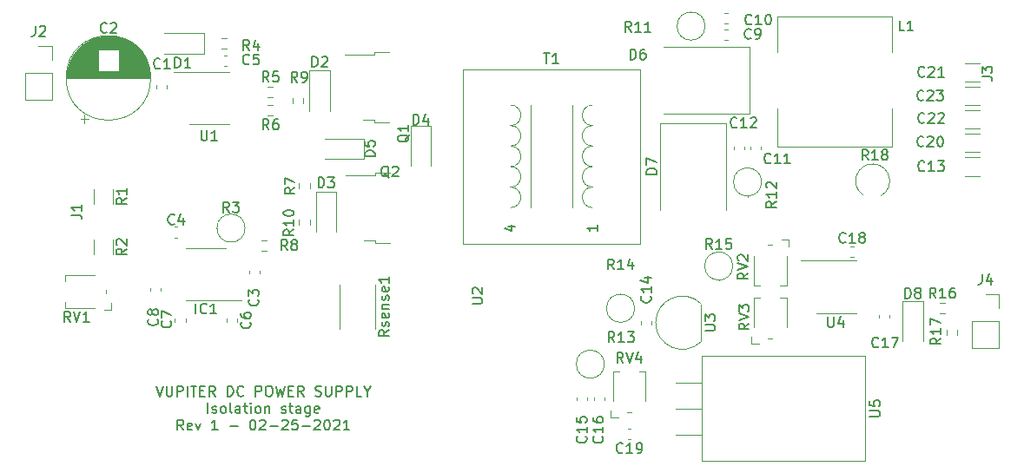
<source format=gbr>
%TF.GenerationSoftware,KiCad,Pcbnew,5.1.9-73d0e3b20d~88~ubuntu20.04.1*%
%TF.CreationDate,2021-03-11T22:15:51-06:00*%
%TF.ProjectId,iso,69736f2e-6b69-4636-9164-5f7063625858,rev?*%
%TF.SameCoordinates,Original*%
%TF.FileFunction,Legend,Top*%
%TF.FilePolarity,Positive*%
%FSLAX46Y46*%
G04 Gerber Fmt 4.6, Leading zero omitted, Abs format (unit mm)*
G04 Created by KiCad (PCBNEW 5.1.9-73d0e3b20d~88~ubuntu20.04.1) date 2021-03-11 22:15:51*
%MOMM*%
%LPD*%
G01*
G04 APERTURE LIST*
%ADD10C,0.150000*%
%ADD11C,0.120000*%
G04 APERTURE END LIST*
D10*
X189437619Y-119407380D02*
X189770952Y-120407380D01*
X190104285Y-119407380D01*
X190437619Y-119407380D02*
X190437619Y-120216904D01*
X190485238Y-120312142D01*
X190532857Y-120359761D01*
X190628095Y-120407380D01*
X190818571Y-120407380D01*
X190913809Y-120359761D01*
X190961428Y-120312142D01*
X191009047Y-120216904D01*
X191009047Y-119407380D01*
X191485238Y-120407380D02*
X191485238Y-119407380D01*
X191866190Y-119407380D01*
X191961428Y-119455000D01*
X192009047Y-119502619D01*
X192056666Y-119597857D01*
X192056666Y-119740714D01*
X192009047Y-119835952D01*
X191961428Y-119883571D01*
X191866190Y-119931190D01*
X191485238Y-119931190D01*
X192485238Y-120407380D02*
X192485238Y-119407380D01*
X192818571Y-119407380D02*
X193390000Y-119407380D01*
X193104285Y-120407380D02*
X193104285Y-119407380D01*
X193723333Y-119883571D02*
X194056666Y-119883571D01*
X194199523Y-120407380D02*
X193723333Y-120407380D01*
X193723333Y-119407380D01*
X194199523Y-119407380D01*
X195199523Y-120407380D02*
X194866190Y-119931190D01*
X194628095Y-120407380D02*
X194628095Y-119407380D01*
X195009047Y-119407380D01*
X195104285Y-119455000D01*
X195151904Y-119502619D01*
X195199523Y-119597857D01*
X195199523Y-119740714D01*
X195151904Y-119835952D01*
X195104285Y-119883571D01*
X195009047Y-119931190D01*
X194628095Y-119931190D01*
X196390000Y-120407380D02*
X196390000Y-119407380D01*
X196628095Y-119407380D01*
X196770952Y-119455000D01*
X196866190Y-119550238D01*
X196913809Y-119645476D01*
X196961428Y-119835952D01*
X196961428Y-119978809D01*
X196913809Y-120169285D01*
X196866190Y-120264523D01*
X196770952Y-120359761D01*
X196628095Y-120407380D01*
X196390000Y-120407380D01*
X197961428Y-120312142D02*
X197913809Y-120359761D01*
X197770952Y-120407380D01*
X197675714Y-120407380D01*
X197532857Y-120359761D01*
X197437619Y-120264523D01*
X197390000Y-120169285D01*
X197342380Y-119978809D01*
X197342380Y-119835952D01*
X197390000Y-119645476D01*
X197437619Y-119550238D01*
X197532857Y-119455000D01*
X197675714Y-119407380D01*
X197770952Y-119407380D01*
X197913809Y-119455000D01*
X197961428Y-119502619D01*
X199151904Y-120407380D02*
X199151904Y-119407380D01*
X199532857Y-119407380D01*
X199628095Y-119455000D01*
X199675714Y-119502619D01*
X199723333Y-119597857D01*
X199723333Y-119740714D01*
X199675714Y-119835952D01*
X199628095Y-119883571D01*
X199532857Y-119931190D01*
X199151904Y-119931190D01*
X200342380Y-119407380D02*
X200532857Y-119407380D01*
X200628095Y-119455000D01*
X200723333Y-119550238D01*
X200770952Y-119740714D01*
X200770952Y-120074047D01*
X200723333Y-120264523D01*
X200628095Y-120359761D01*
X200532857Y-120407380D01*
X200342380Y-120407380D01*
X200247142Y-120359761D01*
X200151904Y-120264523D01*
X200104285Y-120074047D01*
X200104285Y-119740714D01*
X200151904Y-119550238D01*
X200247142Y-119455000D01*
X200342380Y-119407380D01*
X201104285Y-119407380D02*
X201342380Y-120407380D01*
X201532857Y-119693095D01*
X201723333Y-120407380D01*
X201961428Y-119407380D01*
X202342380Y-119883571D02*
X202675714Y-119883571D01*
X202818571Y-120407380D02*
X202342380Y-120407380D01*
X202342380Y-119407380D01*
X202818571Y-119407380D01*
X203818571Y-120407380D02*
X203485238Y-119931190D01*
X203247142Y-120407380D02*
X203247142Y-119407380D01*
X203628095Y-119407380D01*
X203723333Y-119455000D01*
X203770952Y-119502619D01*
X203818571Y-119597857D01*
X203818571Y-119740714D01*
X203770952Y-119835952D01*
X203723333Y-119883571D01*
X203628095Y-119931190D01*
X203247142Y-119931190D01*
X204961428Y-120359761D02*
X205104285Y-120407380D01*
X205342380Y-120407380D01*
X205437619Y-120359761D01*
X205485238Y-120312142D01*
X205532857Y-120216904D01*
X205532857Y-120121666D01*
X205485238Y-120026428D01*
X205437619Y-119978809D01*
X205342380Y-119931190D01*
X205151904Y-119883571D01*
X205056666Y-119835952D01*
X205009047Y-119788333D01*
X204961428Y-119693095D01*
X204961428Y-119597857D01*
X205009047Y-119502619D01*
X205056666Y-119455000D01*
X205151904Y-119407380D01*
X205390000Y-119407380D01*
X205532857Y-119455000D01*
X205961428Y-119407380D02*
X205961428Y-120216904D01*
X206009047Y-120312142D01*
X206056666Y-120359761D01*
X206151904Y-120407380D01*
X206342380Y-120407380D01*
X206437619Y-120359761D01*
X206485238Y-120312142D01*
X206532857Y-120216904D01*
X206532857Y-119407380D01*
X207009047Y-120407380D02*
X207009047Y-119407380D01*
X207390000Y-119407380D01*
X207485238Y-119455000D01*
X207532857Y-119502619D01*
X207580476Y-119597857D01*
X207580476Y-119740714D01*
X207532857Y-119835952D01*
X207485238Y-119883571D01*
X207390000Y-119931190D01*
X207009047Y-119931190D01*
X208009047Y-120407380D02*
X208009047Y-119407380D01*
X208390000Y-119407380D01*
X208485238Y-119455000D01*
X208532857Y-119502619D01*
X208580476Y-119597857D01*
X208580476Y-119740714D01*
X208532857Y-119835952D01*
X208485238Y-119883571D01*
X208390000Y-119931190D01*
X208009047Y-119931190D01*
X209485238Y-120407380D02*
X209009047Y-120407380D01*
X209009047Y-119407380D01*
X210009047Y-119931190D02*
X210009047Y-120407380D01*
X209675714Y-119407380D02*
X210009047Y-119931190D01*
X210342380Y-119407380D01*
X194485238Y-122057380D02*
X194485238Y-121057380D01*
X194913809Y-122009761D02*
X195009047Y-122057380D01*
X195199523Y-122057380D01*
X195294761Y-122009761D01*
X195342380Y-121914523D01*
X195342380Y-121866904D01*
X195294761Y-121771666D01*
X195199523Y-121724047D01*
X195056666Y-121724047D01*
X194961428Y-121676428D01*
X194913809Y-121581190D01*
X194913809Y-121533571D01*
X194961428Y-121438333D01*
X195056666Y-121390714D01*
X195199523Y-121390714D01*
X195294761Y-121438333D01*
X195913809Y-122057380D02*
X195818571Y-122009761D01*
X195770952Y-121962142D01*
X195723333Y-121866904D01*
X195723333Y-121581190D01*
X195770952Y-121485952D01*
X195818571Y-121438333D01*
X195913809Y-121390714D01*
X196056666Y-121390714D01*
X196151904Y-121438333D01*
X196199523Y-121485952D01*
X196247142Y-121581190D01*
X196247142Y-121866904D01*
X196199523Y-121962142D01*
X196151904Y-122009761D01*
X196056666Y-122057380D01*
X195913809Y-122057380D01*
X196818571Y-122057380D02*
X196723333Y-122009761D01*
X196675714Y-121914523D01*
X196675714Y-121057380D01*
X197628095Y-122057380D02*
X197628095Y-121533571D01*
X197580476Y-121438333D01*
X197485238Y-121390714D01*
X197294761Y-121390714D01*
X197199523Y-121438333D01*
X197628095Y-122009761D02*
X197532857Y-122057380D01*
X197294761Y-122057380D01*
X197199523Y-122009761D01*
X197151904Y-121914523D01*
X197151904Y-121819285D01*
X197199523Y-121724047D01*
X197294761Y-121676428D01*
X197532857Y-121676428D01*
X197628095Y-121628809D01*
X197961428Y-121390714D02*
X198342380Y-121390714D01*
X198104285Y-121057380D02*
X198104285Y-121914523D01*
X198151904Y-122009761D01*
X198247142Y-122057380D01*
X198342380Y-122057380D01*
X198675714Y-122057380D02*
X198675714Y-121390714D01*
X198675714Y-121057380D02*
X198628095Y-121105000D01*
X198675714Y-121152619D01*
X198723333Y-121105000D01*
X198675714Y-121057380D01*
X198675714Y-121152619D01*
X199294761Y-122057380D02*
X199199523Y-122009761D01*
X199151904Y-121962142D01*
X199104285Y-121866904D01*
X199104285Y-121581190D01*
X199151904Y-121485952D01*
X199199523Y-121438333D01*
X199294761Y-121390714D01*
X199437619Y-121390714D01*
X199532857Y-121438333D01*
X199580476Y-121485952D01*
X199628095Y-121581190D01*
X199628095Y-121866904D01*
X199580476Y-121962142D01*
X199532857Y-122009761D01*
X199437619Y-122057380D01*
X199294761Y-122057380D01*
X200056666Y-121390714D02*
X200056666Y-122057380D01*
X200056666Y-121485952D02*
X200104285Y-121438333D01*
X200199523Y-121390714D01*
X200342380Y-121390714D01*
X200437619Y-121438333D01*
X200485238Y-121533571D01*
X200485238Y-122057380D01*
X201675714Y-122009761D02*
X201770952Y-122057380D01*
X201961428Y-122057380D01*
X202056666Y-122009761D01*
X202104285Y-121914523D01*
X202104285Y-121866904D01*
X202056666Y-121771666D01*
X201961428Y-121724047D01*
X201818571Y-121724047D01*
X201723333Y-121676428D01*
X201675714Y-121581190D01*
X201675714Y-121533571D01*
X201723333Y-121438333D01*
X201818571Y-121390714D01*
X201961428Y-121390714D01*
X202056666Y-121438333D01*
X202390000Y-121390714D02*
X202770952Y-121390714D01*
X202532857Y-121057380D02*
X202532857Y-121914523D01*
X202580476Y-122009761D01*
X202675714Y-122057380D01*
X202770952Y-122057380D01*
X203532857Y-122057380D02*
X203532857Y-121533571D01*
X203485238Y-121438333D01*
X203390000Y-121390714D01*
X203199523Y-121390714D01*
X203104285Y-121438333D01*
X203532857Y-122009761D02*
X203437619Y-122057380D01*
X203199523Y-122057380D01*
X203104285Y-122009761D01*
X203056666Y-121914523D01*
X203056666Y-121819285D01*
X203104285Y-121724047D01*
X203199523Y-121676428D01*
X203437619Y-121676428D01*
X203532857Y-121628809D01*
X204437619Y-121390714D02*
X204437619Y-122200238D01*
X204390000Y-122295476D01*
X204342380Y-122343095D01*
X204247142Y-122390714D01*
X204104285Y-122390714D01*
X204009047Y-122343095D01*
X204437619Y-122009761D02*
X204342380Y-122057380D01*
X204151904Y-122057380D01*
X204056666Y-122009761D01*
X204009047Y-121962142D01*
X203961428Y-121866904D01*
X203961428Y-121581190D01*
X204009047Y-121485952D01*
X204056666Y-121438333D01*
X204151904Y-121390714D01*
X204342380Y-121390714D01*
X204437619Y-121438333D01*
X205294761Y-122009761D02*
X205199523Y-122057380D01*
X205009047Y-122057380D01*
X204913809Y-122009761D01*
X204866190Y-121914523D01*
X204866190Y-121533571D01*
X204913809Y-121438333D01*
X205009047Y-121390714D01*
X205199523Y-121390714D01*
X205294761Y-121438333D01*
X205342380Y-121533571D01*
X205342380Y-121628809D01*
X204866190Y-121724047D01*
X192104285Y-123707380D02*
X191770952Y-123231190D01*
X191532857Y-123707380D02*
X191532857Y-122707380D01*
X191913809Y-122707380D01*
X192009047Y-122755000D01*
X192056666Y-122802619D01*
X192104285Y-122897857D01*
X192104285Y-123040714D01*
X192056666Y-123135952D01*
X192009047Y-123183571D01*
X191913809Y-123231190D01*
X191532857Y-123231190D01*
X192913809Y-123659761D02*
X192818571Y-123707380D01*
X192628095Y-123707380D01*
X192532857Y-123659761D01*
X192485238Y-123564523D01*
X192485238Y-123183571D01*
X192532857Y-123088333D01*
X192628095Y-123040714D01*
X192818571Y-123040714D01*
X192913809Y-123088333D01*
X192961428Y-123183571D01*
X192961428Y-123278809D01*
X192485238Y-123374047D01*
X193294761Y-123040714D02*
X193532857Y-123707380D01*
X193770952Y-123040714D01*
X195437619Y-123707380D02*
X194866190Y-123707380D01*
X195151904Y-123707380D02*
X195151904Y-122707380D01*
X195056666Y-122850238D01*
X194961428Y-122945476D01*
X194866190Y-122993095D01*
X196628095Y-123326428D02*
X197390000Y-123326428D01*
X198818571Y-122707380D02*
X198913809Y-122707380D01*
X199009047Y-122755000D01*
X199056666Y-122802619D01*
X199104285Y-122897857D01*
X199151904Y-123088333D01*
X199151904Y-123326428D01*
X199104285Y-123516904D01*
X199056666Y-123612142D01*
X199009047Y-123659761D01*
X198913809Y-123707380D01*
X198818571Y-123707380D01*
X198723333Y-123659761D01*
X198675714Y-123612142D01*
X198628095Y-123516904D01*
X198580476Y-123326428D01*
X198580476Y-123088333D01*
X198628095Y-122897857D01*
X198675714Y-122802619D01*
X198723333Y-122755000D01*
X198818571Y-122707380D01*
X199532857Y-122802619D02*
X199580476Y-122755000D01*
X199675714Y-122707380D01*
X199913809Y-122707380D01*
X200009047Y-122755000D01*
X200056666Y-122802619D01*
X200104285Y-122897857D01*
X200104285Y-122993095D01*
X200056666Y-123135952D01*
X199485238Y-123707380D01*
X200104285Y-123707380D01*
X200532857Y-123326428D02*
X201294761Y-123326428D01*
X201723333Y-122802619D02*
X201770952Y-122755000D01*
X201866190Y-122707380D01*
X202104285Y-122707380D01*
X202199523Y-122755000D01*
X202247142Y-122802619D01*
X202294761Y-122897857D01*
X202294761Y-122993095D01*
X202247142Y-123135952D01*
X201675714Y-123707380D01*
X202294761Y-123707380D01*
X203199523Y-122707380D02*
X202723333Y-122707380D01*
X202675714Y-123183571D01*
X202723333Y-123135952D01*
X202818571Y-123088333D01*
X203056666Y-123088333D01*
X203151904Y-123135952D01*
X203199523Y-123183571D01*
X203247142Y-123278809D01*
X203247142Y-123516904D01*
X203199523Y-123612142D01*
X203151904Y-123659761D01*
X203056666Y-123707380D01*
X202818571Y-123707380D01*
X202723333Y-123659761D01*
X202675714Y-123612142D01*
X203675714Y-123326428D02*
X204437619Y-123326428D01*
X204866190Y-122802619D02*
X204913809Y-122755000D01*
X205009047Y-122707380D01*
X205247142Y-122707380D01*
X205342380Y-122755000D01*
X205390000Y-122802619D01*
X205437619Y-122897857D01*
X205437619Y-122993095D01*
X205390000Y-123135952D01*
X204818571Y-123707380D01*
X205437619Y-123707380D01*
X206056666Y-122707380D02*
X206151904Y-122707380D01*
X206247142Y-122755000D01*
X206294761Y-122802619D01*
X206342380Y-122897857D01*
X206390000Y-123088333D01*
X206390000Y-123326428D01*
X206342380Y-123516904D01*
X206294761Y-123612142D01*
X206247142Y-123659761D01*
X206151904Y-123707380D01*
X206056666Y-123707380D01*
X205961428Y-123659761D01*
X205913809Y-123612142D01*
X205866190Y-123516904D01*
X205818571Y-123326428D01*
X205818571Y-123088333D01*
X205866190Y-122897857D01*
X205913809Y-122802619D01*
X205961428Y-122755000D01*
X206056666Y-122707380D01*
X206770952Y-122802619D02*
X206818571Y-122755000D01*
X206913809Y-122707380D01*
X207151904Y-122707380D01*
X207247142Y-122755000D01*
X207294761Y-122802619D01*
X207342380Y-122897857D01*
X207342380Y-122993095D01*
X207294761Y-123135952D01*
X206723333Y-123707380D01*
X207342380Y-123707380D01*
X208294761Y-123707380D02*
X207723333Y-123707380D01*
X208009047Y-123707380D02*
X208009047Y-122707380D01*
X207913809Y-122850238D01*
X207818571Y-122945476D01*
X207723333Y-122993095D01*
D11*
%TO.C,C23*%
X268278748Y-92015000D02*
X269701252Y-92015000D01*
X268278748Y-90195000D02*
X269701252Y-90195000D01*
%TO.C,C22*%
X268278748Y-94315000D02*
X269701252Y-94315000D01*
X268278748Y-92495000D02*
X269701252Y-92495000D01*
%TO.C,C21*%
X268278748Y-89715000D02*
X269701252Y-89715000D01*
X268278748Y-87895000D02*
X269701252Y-87895000D01*
%TO.C,C20*%
X268278748Y-96590000D02*
X269701252Y-96590000D01*
X268278748Y-94770000D02*
X269701252Y-94770000D01*
%TO.C,C13*%
X268278748Y-98915000D02*
X269701252Y-98915000D01*
X268278748Y-97095000D02*
X269701252Y-97095000D01*
%TO.C,T1*%
X225990000Y-102005000D02*
X225990000Y-92005000D01*
X229990000Y-92005000D02*
X229990000Y-102005000D01*
X219390000Y-88505000D02*
X236590000Y-88505000D01*
X219390000Y-105505000D02*
X219390000Y-88505000D01*
X236590000Y-105505000D02*
X219390000Y-105505000D01*
X236590000Y-88505000D02*
X236590000Y-105505000D01*
X231990000Y-102005000D02*
G75*
G02*
X231990000Y-100005000I0J1000000D01*
G01*
X231990000Y-98005000D02*
G75*
G02*
X231990000Y-96005000I0J1000000D01*
G01*
X231990000Y-100005000D02*
G75*
G02*
X231990000Y-98005000I0J1000000D01*
G01*
X231990000Y-96005000D02*
G75*
G02*
X231990000Y-94005000I0J1000000D01*
G01*
X231990000Y-94005000D02*
G75*
G02*
X231990000Y-92005000I0J1000000D01*
G01*
X223990000Y-100005000D02*
G75*
G02*
X223990000Y-102005000I0J-1000000D01*
G01*
X223990000Y-98005000D02*
G75*
G02*
X223990000Y-100005000I0J-1000000D01*
G01*
X223990000Y-96005000D02*
G75*
G02*
X223990000Y-98005000I0J-1000000D01*
G01*
X223990000Y-94005000D02*
G75*
G02*
X223990000Y-96005000I0J-1000000D01*
G01*
X223990000Y-92005000D02*
G75*
G02*
X223990000Y-94005000I0J-1000000D01*
G01*
%TO.C,R12*%
X248460000Y-99505000D02*
G75*
G03*
X248460000Y-99505000I-1370000J0D01*
G01*
X247090000Y-100875000D02*
X247090000Y-100945000D01*
%TO.C,R11*%
X242960000Y-84305000D02*
G75*
G03*
X242960000Y-84305000I-1370000J0D01*
G01*
X240220000Y-84305000D02*
X240150000Y-84305000D01*
%TO.C,U5*%
X242655000Y-124160000D02*
X240115000Y-124160000D01*
X242655000Y-121620000D02*
X240115000Y-121620000D01*
X242655000Y-119080000D02*
X240115000Y-119080000D01*
X258545000Y-126740000D02*
X242655000Y-126740000D01*
X258545000Y-116500000D02*
X242655000Y-116500000D01*
X258545000Y-116500000D02*
X258545000Y-126740000D01*
X242655000Y-116500000D02*
X242655000Y-126740000D01*
%TO.C,U4*%
X255740000Y-107195000D02*
X252290000Y-107195000D01*
X255740000Y-107195000D02*
X257690000Y-107195000D01*
X255740000Y-112315000D02*
X253790000Y-112315000D01*
X255740000Y-112315000D02*
X257690000Y-112315000D01*
%TO.C,U3*%
X242590000Y-115035000D02*
X242590000Y-111435000D01*
X242578478Y-111396522D02*
G75*
G03*
X238140000Y-113235000I-1838478J-1838478D01*
G01*
X242578478Y-115073478D02*
G75*
G02*
X238140000Y-113235000I-1838478J1838478D01*
G01*
%TO.C,U1*%
X194590000Y-88745000D02*
X191140000Y-88745000D01*
X194590000Y-88745000D02*
X196540000Y-88745000D01*
X194590000Y-93865000D02*
X192640000Y-93865000D01*
X194590000Y-93865000D02*
X196540000Y-93865000D01*
%TO.C,RV4*%
X233765000Y-122480000D02*
X234465000Y-122480000D01*
X233765000Y-121780000D02*
X233765000Y-122480000D01*
X237165000Y-117980000D02*
X236565000Y-117980000D01*
X237165000Y-120880000D02*
X237165000Y-117980000D01*
X233965000Y-117980000D02*
X234565000Y-117980000D01*
X233965000Y-120880000D02*
X233965000Y-117980000D01*
X235365000Y-121980000D02*
X235765000Y-121980000D01*
%TO.C,RV3*%
X247490000Y-115305000D02*
X248190000Y-115305000D01*
X247490000Y-114605000D02*
X247490000Y-115305000D01*
X250890000Y-110805000D02*
X250290000Y-110805000D01*
X250890000Y-113705000D02*
X250890000Y-110805000D01*
X247690000Y-110805000D02*
X248290000Y-110805000D01*
X247690000Y-113705000D02*
X247690000Y-110805000D01*
X249090000Y-114805000D02*
X249490000Y-114805000D01*
%TO.C,RV2*%
X251090000Y-105105000D02*
X250390000Y-105105000D01*
X251090000Y-105805000D02*
X251090000Y-105105000D01*
X247690000Y-109605000D02*
X248290000Y-109605000D01*
X247690000Y-106705000D02*
X247690000Y-109605000D01*
X250890000Y-109605000D02*
X250290000Y-109605000D01*
X250890000Y-106705000D02*
X250890000Y-109605000D01*
X249490000Y-105605000D02*
X249090000Y-105605000D01*
%TO.C,RV1*%
X185090000Y-112005000D02*
X185090000Y-111305000D01*
X184390000Y-112005000D02*
X185090000Y-112005000D01*
X180590000Y-108605000D02*
X180590000Y-109205000D01*
X183490000Y-108605000D02*
X180590000Y-108605000D01*
X180590000Y-111805000D02*
X180590000Y-111205000D01*
X183490000Y-111805000D02*
X180590000Y-111805000D01*
X184590000Y-110405000D02*
X184590000Y-110005000D01*
%TO.C,Rsense1*%
X207350000Y-109497936D02*
X207350000Y-113852064D01*
X210770000Y-109497936D02*
X210770000Y-113852064D01*
%TO.C,R18*%
X258318620Y-100749775D02*
G75*
G02*
X260090000Y-100858272I971380J1344775D01*
G01*
%TO.C,R17*%
X267512500Y-114459724D02*
X267512500Y-113950276D01*
X266467500Y-114459724D02*
X266467500Y-113950276D01*
%TO.C,R16*%
X265835276Y-112327500D02*
X266344724Y-112327500D01*
X265835276Y-111282500D02*
X266344724Y-111282500D01*
%TO.C,R15*%
X244290000Y-109075000D02*
X244290000Y-109145000D01*
X245660000Y-107705000D02*
G75*
G03*
X245660000Y-107705000I-1370000J0D01*
G01*
%TO.C,R14*%
X234715000Y-110460000D02*
X234715000Y-110390000D01*
X236085000Y-111830000D02*
G75*
G03*
X236085000Y-111830000I-1370000J0D01*
G01*
%TO.C,R13*%
X231765000Y-115910000D02*
X231765000Y-115840000D01*
X233135000Y-117280000D02*
G75*
G03*
X233135000Y-117280000I-1370000J0D01*
G01*
%TO.C,R10*%
X203387500Y-103150276D02*
X203387500Y-103659724D01*
X204432500Y-103150276D02*
X204432500Y-103659724D01*
%TO.C,R9*%
X202767500Y-91350276D02*
X202767500Y-91859724D01*
X203812500Y-91350276D02*
X203812500Y-91859724D01*
%TO.C,R8*%
X199735276Y-106227500D02*
X200244724Y-106227500D01*
X199735276Y-105182500D02*
X200244724Y-105182500D01*
%TO.C,R7*%
X203387500Y-99650276D02*
X203387500Y-100159724D01*
X204432500Y-99650276D02*
X204432500Y-100159724D01*
%TO.C,R6*%
X200844724Y-91982500D02*
X200335276Y-91982500D01*
X200844724Y-93027500D02*
X200335276Y-93027500D01*
%TO.C,R5*%
X200335276Y-91227500D02*
X200844724Y-91227500D01*
X200335276Y-90182500D02*
X200844724Y-90182500D01*
%TO.C,R4*%
X196344724Y-85482500D02*
X195835276Y-85482500D01*
X196344724Y-86527500D02*
X195835276Y-86527500D01*
%TO.C,R3*%
X195370000Y-104005000D02*
X195300000Y-104005000D01*
X198110000Y-104005000D02*
G75*
G03*
X198110000Y-104005000I-1370000J0D01*
G01*
%TO.C,R2*%
X183380000Y-105127936D02*
X183380000Y-106582064D01*
X185200000Y-105127936D02*
X185200000Y-106582064D01*
%TO.C,R1*%
X183380000Y-100177936D02*
X183380000Y-101632064D01*
X185200000Y-100177936D02*
X185200000Y-101632064D01*
%TO.C,Q2*%
X210765000Y-105210000D02*
X209665000Y-105210000D01*
X210765000Y-105480000D02*
X210765000Y-105210000D01*
X212265000Y-105480000D02*
X210765000Y-105480000D01*
X210765000Y-98850000D02*
X207935000Y-98850000D01*
X210765000Y-98580000D02*
X210765000Y-98850000D01*
X212265000Y-98580000D02*
X210765000Y-98580000D01*
%TO.C,Q1*%
X210695000Y-93460000D02*
X209595000Y-93460000D01*
X210695000Y-93730000D02*
X210695000Y-93460000D01*
X212195000Y-93730000D02*
X210695000Y-93730000D01*
X210695000Y-87100000D02*
X207865000Y-87100000D01*
X210695000Y-86830000D02*
X210695000Y-87100000D01*
X212195000Y-86830000D02*
X210695000Y-86830000D01*
%TO.C,L1*%
X261140000Y-83355000D02*
X261140000Y-86830000D01*
X250040000Y-83355000D02*
X261140000Y-83355000D01*
X250040000Y-86830000D02*
X250040000Y-83355000D01*
X250040000Y-96105000D02*
X250040000Y-92380000D01*
X261140000Y-96105000D02*
X250040000Y-96105000D01*
X261140000Y-92380000D02*
X261140000Y-96105000D01*
%TO.C,J4*%
X270290000Y-110475000D02*
X271620000Y-110475000D01*
X271620000Y-110475000D02*
X271620000Y-111805000D01*
X271620000Y-113075000D02*
X271620000Y-115675000D01*
X268960000Y-115675000D02*
X271620000Y-115675000D01*
X268960000Y-113075000D02*
X268960000Y-115675000D01*
X268960000Y-113075000D02*
X271620000Y-113075000D01*
%TO.C,J2*%
X177990000Y-86275000D02*
X179320000Y-86275000D01*
X179320000Y-86275000D02*
X179320000Y-87605000D01*
X179320000Y-88875000D02*
X179320000Y-91475000D01*
X176660000Y-91475000D02*
X179320000Y-91475000D01*
X176660000Y-88875000D02*
X176660000Y-91475000D01*
X176660000Y-88875000D02*
X179320000Y-88875000D01*
%TO.C,IC1*%
X194290000Y-111065000D02*
X197740000Y-111065000D01*
X194290000Y-111065000D02*
X192340000Y-111065000D01*
X194290000Y-105945000D02*
X196240000Y-105945000D01*
X194290000Y-105945000D02*
X192340000Y-105945000D01*
%TO.C,D8*%
X264190000Y-111155000D02*
X264190000Y-115055000D01*
X262190000Y-111155000D02*
X262190000Y-115055000D01*
X264190000Y-111155000D02*
X262190000Y-111155000D01*
%TO.C,D7*%
X245040000Y-93805000D02*
X245040000Y-102205000D01*
X238540000Y-93805000D02*
X238540000Y-102205000D01*
X238540000Y-93805000D02*
X245040000Y-93805000D01*
%TO.C,D6*%
X247290000Y-92855000D02*
X238890000Y-92855000D01*
X247290000Y-86355000D02*
X238890000Y-86355000D01*
X247290000Y-86355000D02*
X247290000Y-92855000D01*
%TO.C,D5*%
X209710000Y-97275000D02*
X205860000Y-97275000D01*
X209710000Y-95275000D02*
X205860000Y-95275000D01*
X209710000Y-97275000D02*
X209710000Y-95275000D01*
%TO.C,D4*%
X216240000Y-94055000D02*
X216240000Y-97905000D01*
X214240000Y-94055000D02*
X214240000Y-97905000D01*
X216240000Y-94055000D02*
X214240000Y-94055000D01*
%TO.C,D3*%
X207010000Y-100455000D02*
X207010000Y-104355000D01*
X205010000Y-100455000D02*
X205010000Y-104355000D01*
X207010000Y-100455000D02*
X205010000Y-100455000D01*
%TO.C,D2*%
X206390000Y-88655000D02*
X206390000Y-92555000D01*
X204390000Y-88655000D02*
X204390000Y-92555000D01*
X206390000Y-88655000D02*
X204390000Y-88655000D01*
%TO.C,D1*%
X194090000Y-87005000D02*
X190240000Y-87005000D01*
X194090000Y-85005000D02*
X190240000Y-85005000D01*
X194090000Y-87005000D02*
X194090000Y-85005000D01*
%TO.C,C19*%
X235711267Y-123570000D02*
X235418733Y-123570000D01*
X235711267Y-124590000D02*
X235418733Y-124590000D01*
%TO.C,C18*%
X257436267Y-105795000D02*
X257143733Y-105795000D01*
X257436267Y-106815000D02*
X257143733Y-106815000D01*
%TO.C,C17*%
X260900000Y-112751267D02*
X260900000Y-112458733D01*
X259880000Y-112751267D02*
X259880000Y-112458733D01*
%TO.C,C16*%
X232135000Y-120533733D02*
X232135000Y-120826267D01*
X233155000Y-120533733D02*
X233155000Y-120826267D01*
%TO.C,C15*%
X230455000Y-120533733D02*
X230455000Y-120826267D01*
X231475000Y-120533733D02*
X231475000Y-120826267D01*
%TO.C,C14*%
X236730000Y-113108733D02*
X236730000Y-113401267D01*
X237750000Y-113108733D02*
X237750000Y-113401267D01*
%TO.C,C12*%
X246800000Y-96351267D02*
X246800000Y-96058733D01*
X245780000Y-96351267D02*
X245780000Y-96058733D01*
%TO.C,C11*%
X248400000Y-96351267D02*
X248400000Y-96058733D01*
X247380000Y-96351267D02*
X247380000Y-96058733D01*
%TO.C,C10*%
X245136267Y-82995000D02*
X244843733Y-82995000D01*
X245136267Y-84015000D02*
X244843733Y-84015000D01*
%TO.C,C9*%
X245136267Y-84595000D02*
X244843733Y-84595000D01*
X245136267Y-85615000D02*
X244843733Y-85615000D01*
%TO.C,C8*%
X189900000Y-110151267D02*
X189900000Y-109858733D01*
X188880000Y-110151267D02*
X188880000Y-109858733D01*
%TO.C,C7*%
X191280000Y-112858733D02*
X191280000Y-113151267D01*
X192300000Y-112858733D02*
X192300000Y-113151267D01*
%TO.C,C6*%
X196280000Y-112858733D02*
X196280000Y-113151267D01*
X197300000Y-112858733D02*
X197300000Y-113151267D01*
%TO.C,C5*%
X196336267Y-87195000D02*
X196043733Y-87195000D01*
X196336267Y-88215000D02*
X196043733Y-88215000D01*
%TO.C,C4*%
X191243733Y-104915000D02*
X191536267Y-104915000D01*
X191243733Y-103895000D02*
X191536267Y-103895000D01*
%TO.C,C3*%
X199500000Y-108451267D02*
X199500000Y-108158733D01*
X198480000Y-108451267D02*
X198480000Y-108158733D01*
%TO.C,C2*%
X182075000Y-93364698D02*
X182875000Y-93364698D01*
X182475000Y-93764698D02*
X182475000Y-92964698D01*
X184257000Y-85274000D02*
X185323000Y-85274000D01*
X184022000Y-85314000D02*
X185558000Y-85314000D01*
X183842000Y-85354000D02*
X185738000Y-85354000D01*
X183692000Y-85394000D02*
X185888000Y-85394000D01*
X183561000Y-85434000D02*
X186019000Y-85434000D01*
X183444000Y-85474000D02*
X186136000Y-85474000D01*
X183337000Y-85514000D02*
X186243000Y-85514000D01*
X183238000Y-85554000D02*
X186342000Y-85554000D01*
X183145000Y-85594000D02*
X186435000Y-85594000D01*
X183059000Y-85634000D02*
X186521000Y-85634000D01*
X182977000Y-85674000D02*
X186603000Y-85674000D01*
X182900000Y-85714000D02*
X186680000Y-85714000D01*
X182826000Y-85754000D02*
X186754000Y-85754000D01*
X182756000Y-85794000D02*
X186824000Y-85794000D01*
X182688000Y-85834000D02*
X186892000Y-85834000D01*
X182624000Y-85874000D02*
X186956000Y-85874000D01*
X182562000Y-85914000D02*
X187018000Y-85914000D01*
X182503000Y-85954000D02*
X187077000Y-85954000D01*
X182445000Y-85994000D02*
X187135000Y-85994000D01*
X182390000Y-86034000D02*
X187190000Y-86034000D01*
X182336000Y-86074000D02*
X187244000Y-86074000D01*
X182285000Y-86114000D02*
X187295000Y-86114000D01*
X182234000Y-86154000D02*
X187346000Y-86154000D01*
X182186000Y-86194000D02*
X187394000Y-86194000D01*
X182139000Y-86234000D02*
X187441000Y-86234000D01*
X182093000Y-86274000D02*
X187487000Y-86274000D01*
X182049000Y-86314000D02*
X187531000Y-86314000D01*
X182006000Y-86354000D02*
X187574000Y-86354000D01*
X181964000Y-86394000D02*
X187616000Y-86394000D01*
X181923000Y-86434000D02*
X187657000Y-86434000D01*
X181883000Y-86474000D02*
X187697000Y-86474000D01*
X181845000Y-86514000D02*
X187735000Y-86514000D01*
X181807000Y-86554000D02*
X187773000Y-86554000D01*
X185830000Y-86594000D02*
X187809000Y-86594000D01*
X181771000Y-86594000D02*
X183750000Y-86594000D01*
X185830000Y-86634000D02*
X187845000Y-86634000D01*
X181735000Y-86634000D02*
X183750000Y-86634000D01*
X185830000Y-86674000D02*
X187880000Y-86674000D01*
X181700000Y-86674000D02*
X183750000Y-86674000D01*
X185830000Y-86714000D02*
X187914000Y-86714000D01*
X181666000Y-86714000D02*
X183750000Y-86714000D01*
X185830000Y-86754000D02*
X187946000Y-86754000D01*
X181634000Y-86754000D02*
X183750000Y-86754000D01*
X185830000Y-86794000D02*
X187979000Y-86794000D01*
X181601000Y-86794000D02*
X183750000Y-86794000D01*
X185830000Y-86834000D02*
X188010000Y-86834000D01*
X181570000Y-86834000D02*
X183750000Y-86834000D01*
X185830000Y-86874000D02*
X188040000Y-86874000D01*
X181540000Y-86874000D02*
X183750000Y-86874000D01*
X185830000Y-86914000D02*
X188070000Y-86914000D01*
X181510000Y-86914000D02*
X183750000Y-86914000D01*
X185830000Y-86954000D02*
X188099000Y-86954000D01*
X181481000Y-86954000D02*
X183750000Y-86954000D01*
X185830000Y-86994000D02*
X188128000Y-86994000D01*
X181452000Y-86994000D02*
X183750000Y-86994000D01*
X185830000Y-87034000D02*
X188155000Y-87034000D01*
X181425000Y-87034000D02*
X183750000Y-87034000D01*
X185830000Y-87074000D02*
X188182000Y-87074000D01*
X181398000Y-87074000D02*
X183750000Y-87074000D01*
X185830000Y-87114000D02*
X188208000Y-87114000D01*
X181372000Y-87114000D02*
X183750000Y-87114000D01*
X185830000Y-87154000D02*
X188234000Y-87154000D01*
X181346000Y-87154000D02*
X183750000Y-87154000D01*
X185830000Y-87194000D02*
X188259000Y-87194000D01*
X181321000Y-87194000D02*
X183750000Y-87194000D01*
X185830000Y-87234000D02*
X188283000Y-87234000D01*
X181297000Y-87234000D02*
X183750000Y-87234000D01*
X185830000Y-87274000D02*
X188307000Y-87274000D01*
X181273000Y-87274000D02*
X183750000Y-87274000D01*
X185830000Y-87314000D02*
X188330000Y-87314000D01*
X181250000Y-87314000D02*
X183750000Y-87314000D01*
X185830000Y-87354000D02*
X188352000Y-87354000D01*
X181228000Y-87354000D02*
X183750000Y-87354000D01*
X185830000Y-87394000D02*
X188374000Y-87394000D01*
X181206000Y-87394000D02*
X183750000Y-87394000D01*
X185830000Y-87434000D02*
X188396000Y-87434000D01*
X181184000Y-87434000D02*
X183750000Y-87434000D01*
X185830000Y-87474000D02*
X188417000Y-87474000D01*
X181163000Y-87474000D02*
X183750000Y-87474000D01*
X185830000Y-87514000D02*
X188437000Y-87514000D01*
X181143000Y-87514000D02*
X183750000Y-87514000D01*
X185830000Y-87554000D02*
X188456000Y-87554000D01*
X181124000Y-87554000D02*
X183750000Y-87554000D01*
X185830000Y-87594000D02*
X188476000Y-87594000D01*
X181104000Y-87594000D02*
X183750000Y-87594000D01*
X185830000Y-87634000D02*
X188494000Y-87634000D01*
X181086000Y-87634000D02*
X183750000Y-87634000D01*
X185830000Y-87674000D02*
X188512000Y-87674000D01*
X181068000Y-87674000D02*
X183750000Y-87674000D01*
X185830000Y-87714000D02*
X188530000Y-87714000D01*
X181050000Y-87714000D02*
X183750000Y-87714000D01*
X185830000Y-87754000D02*
X188547000Y-87754000D01*
X181033000Y-87754000D02*
X183750000Y-87754000D01*
X185830000Y-87794000D02*
X188564000Y-87794000D01*
X181016000Y-87794000D02*
X183750000Y-87794000D01*
X185830000Y-87834000D02*
X188580000Y-87834000D01*
X181000000Y-87834000D02*
X183750000Y-87834000D01*
X185830000Y-87874000D02*
X188595000Y-87874000D01*
X180985000Y-87874000D02*
X183750000Y-87874000D01*
X185830000Y-87914000D02*
X188611000Y-87914000D01*
X180969000Y-87914000D02*
X183750000Y-87914000D01*
X185830000Y-87954000D02*
X188625000Y-87954000D01*
X180955000Y-87954000D02*
X183750000Y-87954000D01*
X185830000Y-87994000D02*
X188640000Y-87994000D01*
X180940000Y-87994000D02*
X183750000Y-87994000D01*
X185830000Y-88034000D02*
X188653000Y-88034000D01*
X180927000Y-88034000D02*
X183750000Y-88034000D01*
X185830000Y-88074000D02*
X188667000Y-88074000D01*
X180913000Y-88074000D02*
X183750000Y-88074000D01*
X185830000Y-88114000D02*
X188679000Y-88114000D01*
X180901000Y-88114000D02*
X183750000Y-88114000D01*
X185830000Y-88154000D02*
X188692000Y-88154000D01*
X180888000Y-88154000D02*
X183750000Y-88154000D01*
X185830000Y-88194000D02*
X188704000Y-88194000D01*
X180876000Y-88194000D02*
X183750000Y-88194000D01*
X185830000Y-88234000D02*
X188715000Y-88234000D01*
X180865000Y-88234000D02*
X183750000Y-88234000D01*
X185830000Y-88274000D02*
X188726000Y-88274000D01*
X180854000Y-88274000D02*
X183750000Y-88274000D01*
X185830000Y-88314000D02*
X188737000Y-88314000D01*
X180843000Y-88314000D02*
X183750000Y-88314000D01*
X185830000Y-88354000D02*
X188747000Y-88354000D01*
X180833000Y-88354000D02*
X183750000Y-88354000D01*
X185830000Y-88394000D02*
X188757000Y-88394000D01*
X180823000Y-88394000D02*
X183750000Y-88394000D01*
X185830000Y-88434000D02*
X188766000Y-88434000D01*
X180814000Y-88434000D02*
X183750000Y-88434000D01*
X185830000Y-88474000D02*
X188775000Y-88474000D01*
X180805000Y-88474000D02*
X183750000Y-88474000D01*
X185830000Y-88514000D02*
X188784000Y-88514000D01*
X180796000Y-88514000D02*
X183750000Y-88514000D01*
X185830000Y-88554000D02*
X188792000Y-88554000D01*
X180788000Y-88554000D02*
X183750000Y-88554000D01*
X185830000Y-88594000D02*
X188800000Y-88594000D01*
X180780000Y-88594000D02*
X183750000Y-88594000D01*
X185830000Y-88634000D02*
X188807000Y-88634000D01*
X180773000Y-88634000D02*
X183750000Y-88634000D01*
X180766000Y-88675000D02*
X188814000Y-88675000D01*
X180760000Y-88715000D02*
X188820000Y-88715000D01*
X180753000Y-88755000D02*
X188827000Y-88755000D01*
X180748000Y-88795000D02*
X188832000Y-88795000D01*
X180742000Y-88835000D02*
X188838000Y-88835000D01*
X180738000Y-88875000D02*
X188842000Y-88875000D01*
X180733000Y-88915000D02*
X188847000Y-88915000D01*
X180729000Y-88955000D02*
X188851000Y-88955000D01*
X180725000Y-88995000D02*
X188855000Y-88995000D01*
X180722000Y-89035000D02*
X188858000Y-89035000D01*
X180719000Y-89075000D02*
X188861000Y-89075000D01*
X180716000Y-89115000D02*
X188864000Y-89115000D01*
X180714000Y-89155000D02*
X188866000Y-89155000D01*
X180713000Y-89195000D02*
X188867000Y-89195000D01*
X180711000Y-89235000D02*
X188869000Y-89235000D01*
X180710000Y-89275000D02*
X188870000Y-89275000D01*
X180710000Y-89315000D02*
X188870000Y-89315000D01*
X180710000Y-89355000D02*
X188870000Y-89355000D01*
X188910000Y-89355000D02*
G75*
G03*
X188910000Y-89355000I-4120000J0D01*
G01*
%TO.C,C1*%
X189480000Y-90058733D02*
X189480000Y-90351267D01*
X190500000Y-90058733D02*
X190500000Y-90351267D01*
%TD*%
%TO.C,C23*%
D10*
X264247142Y-91462142D02*
X264199523Y-91509761D01*
X264056666Y-91557380D01*
X263961428Y-91557380D01*
X263818571Y-91509761D01*
X263723333Y-91414523D01*
X263675714Y-91319285D01*
X263628095Y-91128809D01*
X263628095Y-90985952D01*
X263675714Y-90795476D01*
X263723333Y-90700238D01*
X263818571Y-90605000D01*
X263961428Y-90557380D01*
X264056666Y-90557380D01*
X264199523Y-90605000D01*
X264247142Y-90652619D01*
X264628095Y-90652619D02*
X264675714Y-90605000D01*
X264770952Y-90557380D01*
X265009047Y-90557380D01*
X265104285Y-90605000D01*
X265151904Y-90652619D01*
X265199523Y-90747857D01*
X265199523Y-90843095D01*
X265151904Y-90985952D01*
X264580476Y-91557380D01*
X265199523Y-91557380D01*
X265532857Y-90557380D02*
X266151904Y-90557380D01*
X265818571Y-90938333D01*
X265961428Y-90938333D01*
X266056666Y-90985952D01*
X266104285Y-91033571D01*
X266151904Y-91128809D01*
X266151904Y-91366904D01*
X266104285Y-91462142D01*
X266056666Y-91509761D01*
X265961428Y-91557380D01*
X265675714Y-91557380D01*
X265580476Y-91509761D01*
X265532857Y-91462142D01*
%TO.C,C22*%
X264347142Y-93662142D02*
X264299523Y-93709761D01*
X264156666Y-93757380D01*
X264061428Y-93757380D01*
X263918571Y-93709761D01*
X263823333Y-93614523D01*
X263775714Y-93519285D01*
X263728095Y-93328809D01*
X263728095Y-93185952D01*
X263775714Y-92995476D01*
X263823333Y-92900238D01*
X263918571Y-92805000D01*
X264061428Y-92757380D01*
X264156666Y-92757380D01*
X264299523Y-92805000D01*
X264347142Y-92852619D01*
X264728095Y-92852619D02*
X264775714Y-92805000D01*
X264870952Y-92757380D01*
X265109047Y-92757380D01*
X265204285Y-92805000D01*
X265251904Y-92852619D01*
X265299523Y-92947857D01*
X265299523Y-93043095D01*
X265251904Y-93185952D01*
X264680476Y-93757380D01*
X265299523Y-93757380D01*
X265680476Y-92852619D02*
X265728095Y-92805000D01*
X265823333Y-92757380D01*
X266061428Y-92757380D01*
X266156666Y-92805000D01*
X266204285Y-92852619D01*
X266251904Y-92947857D01*
X266251904Y-93043095D01*
X266204285Y-93185952D01*
X265632857Y-93757380D01*
X266251904Y-93757380D01*
%TO.C,C21*%
X264347142Y-89162142D02*
X264299523Y-89209761D01*
X264156666Y-89257380D01*
X264061428Y-89257380D01*
X263918571Y-89209761D01*
X263823333Y-89114523D01*
X263775714Y-89019285D01*
X263728095Y-88828809D01*
X263728095Y-88685952D01*
X263775714Y-88495476D01*
X263823333Y-88400238D01*
X263918571Y-88305000D01*
X264061428Y-88257380D01*
X264156666Y-88257380D01*
X264299523Y-88305000D01*
X264347142Y-88352619D01*
X264728095Y-88352619D02*
X264775714Y-88305000D01*
X264870952Y-88257380D01*
X265109047Y-88257380D01*
X265204285Y-88305000D01*
X265251904Y-88352619D01*
X265299523Y-88447857D01*
X265299523Y-88543095D01*
X265251904Y-88685952D01*
X264680476Y-89257380D01*
X265299523Y-89257380D01*
X266251904Y-89257380D02*
X265680476Y-89257380D01*
X265966190Y-89257380D02*
X265966190Y-88257380D01*
X265870952Y-88400238D01*
X265775714Y-88495476D01*
X265680476Y-88543095D01*
%TO.C,C20*%
X264247142Y-95962142D02*
X264199523Y-96009761D01*
X264056666Y-96057380D01*
X263961428Y-96057380D01*
X263818571Y-96009761D01*
X263723333Y-95914523D01*
X263675714Y-95819285D01*
X263628095Y-95628809D01*
X263628095Y-95485952D01*
X263675714Y-95295476D01*
X263723333Y-95200238D01*
X263818571Y-95105000D01*
X263961428Y-95057380D01*
X264056666Y-95057380D01*
X264199523Y-95105000D01*
X264247142Y-95152619D01*
X264628095Y-95152619D02*
X264675714Y-95105000D01*
X264770952Y-95057380D01*
X265009047Y-95057380D01*
X265104285Y-95105000D01*
X265151904Y-95152619D01*
X265199523Y-95247857D01*
X265199523Y-95343095D01*
X265151904Y-95485952D01*
X264580476Y-96057380D01*
X265199523Y-96057380D01*
X265818571Y-95057380D02*
X265913809Y-95057380D01*
X266009047Y-95105000D01*
X266056666Y-95152619D01*
X266104285Y-95247857D01*
X266151904Y-95438333D01*
X266151904Y-95676428D01*
X266104285Y-95866904D01*
X266056666Y-95962142D01*
X266009047Y-96009761D01*
X265913809Y-96057380D01*
X265818571Y-96057380D01*
X265723333Y-96009761D01*
X265675714Y-95962142D01*
X265628095Y-95866904D01*
X265580476Y-95676428D01*
X265580476Y-95438333D01*
X265628095Y-95247857D01*
X265675714Y-95152619D01*
X265723333Y-95105000D01*
X265818571Y-95057380D01*
%TO.C,C13*%
X264347142Y-98362142D02*
X264299523Y-98409761D01*
X264156666Y-98457380D01*
X264061428Y-98457380D01*
X263918571Y-98409761D01*
X263823333Y-98314523D01*
X263775714Y-98219285D01*
X263728095Y-98028809D01*
X263728095Y-97885952D01*
X263775714Y-97695476D01*
X263823333Y-97600238D01*
X263918571Y-97505000D01*
X264061428Y-97457380D01*
X264156666Y-97457380D01*
X264299523Y-97505000D01*
X264347142Y-97552619D01*
X265299523Y-98457380D02*
X264728095Y-98457380D01*
X265013809Y-98457380D02*
X265013809Y-97457380D01*
X264918571Y-97600238D01*
X264823333Y-97695476D01*
X264728095Y-97743095D01*
X265632857Y-97457380D02*
X266251904Y-97457380D01*
X265918571Y-97838333D01*
X266061428Y-97838333D01*
X266156666Y-97885952D01*
X266204285Y-97933571D01*
X266251904Y-98028809D01*
X266251904Y-98266904D01*
X266204285Y-98362142D01*
X266156666Y-98409761D01*
X266061428Y-98457380D01*
X265775714Y-98457380D01*
X265680476Y-98409761D01*
X265632857Y-98362142D01*
%TO.C,T1*%
X227228095Y-86957380D02*
X227799523Y-86957380D01*
X227513809Y-87957380D02*
X227513809Y-86957380D01*
X228656666Y-87957380D02*
X228085238Y-87957380D01*
X228370952Y-87957380D02*
X228370952Y-86957380D01*
X228275714Y-87100238D01*
X228180476Y-87195476D01*
X228085238Y-87243095D01*
X232442380Y-103719285D02*
X232442380Y-104290714D01*
X232442380Y-104005000D02*
X231442380Y-104005000D01*
X231585238Y-104100238D01*
X231680476Y-104195476D01*
X231728095Y-104290714D01*
X223775714Y-103814523D02*
X224442380Y-103814523D01*
X223394761Y-104052619D02*
X224109047Y-104290714D01*
X224109047Y-103671666D01*
%TO.C,R12*%
X249912380Y-101417857D02*
X249436190Y-101751190D01*
X249912380Y-101989285D02*
X248912380Y-101989285D01*
X248912380Y-101608333D01*
X248960000Y-101513095D01*
X249007619Y-101465476D01*
X249102857Y-101417857D01*
X249245714Y-101417857D01*
X249340952Y-101465476D01*
X249388571Y-101513095D01*
X249436190Y-101608333D01*
X249436190Y-101989285D01*
X249912380Y-100465476D02*
X249912380Y-101036904D01*
X249912380Y-100751190D02*
X248912380Y-100751190D01*
X249055238Y-100846428D01*
X249150476Y-100941666D01*
X249198095Y-101036904D01*
X249007619Y-100084523D02*
X248960000Y-100036904D01*
X248912380Y-99941666D01*
X248912380Y-99703571D01*
X248960000Y-99608333D01*
X249007619Y-99560714D01*
X249102857Y-99513095D01*
X249198095Y-99513095D01*
X249340952Y-99560714D01*
X249912380Y-100132142D01*
X249912380Y-99513095D01*
%TO.C,R11*%
X235747142Y-84857380D02*
X235413809Y-84381190D01*
X235175714Y-84857380D02*
X235175714Y-83857380D01*
X235556666Y-83857380D01*
X235651904Y-83905000D01*
X235699523Y-83952619D01*
X235747142Y-84047857D01*
X235747142Y-84190714D01*
X235699523Y-84285952D01*
X235651904Y-84333571D01*
X235556666Y-84381190D01*
X235175714Y-84381190D01*
X236699523Y-84857380D02*
X236128095Y-84857380D01*
X236413809Y-84857380D02*
X236413809Y-83857380D01*
X236318571Y-84000238D01*
X236223333Y-84095476D01*
X236128095Y-84143095D01*
X237651904Y-84857380D02*
X237080476Y-84857380D01*
X237366190Y-84857380D02*
X237366190Y-83857380D01*
X237270952Y-84000238D01*
X237175714Y-84095476D01*
X237080476Y-84143095D01*
%TO.C,U5*%
X258997380Y-122381904D02*
X259806904Y-122381904D01*
X259902142Y-122334285D01*
X259949761Y-122286666D01*
X259997380Y-122191428D01*
X259997380Y-122000952D01*
X259949761Y-121905714D01*
X259902142Y-121858095D01*
X259806904Y-121810476D01*
X258997380Y-121810476D01*
X258997380Y-120858095D02*
X258997380Y-121334285D01*
X259473571Y-121381904D01*
X259425952Y-121334285D01*
X259378333Y-121239047D01*
X259378333Y-121000952D01*
X259425952Y-120905714D01*
X259473571Y-120858095D01*
X259568809Y-120810476D01*
X259806904Y-120810476D01*
X259902142Y-120858095D01*
X259949761Y-120905714D01*
X259997380Y-121000952D01*
X259997380Y-121239047D01*
X259949761Y-121334285D01*
X259902142Y-121381904D01*
%TO.C,U4*%
X254928095Y-112657380D02*
X254928095Y-113466904D01*
X254975714Y-113562142D01*
X255023333Y-113609761D01*
X255118571Y-113657380D01*
X255309047Y-113657380D01*
X255404285Y-113609761D01*
X255451904Y-113562142D01*
X255499523Y-113466904D01*
X255499523Y-112657380D01*
X256404285Y-112990714D02*
X256404285Y-113657380D01*
X256166190Y-112609761D02*
X255928095Y-113324047D01*
X256547142Y-113324047D01*
%TO.C,U3*%
X242942380Y-114016904D02*
X243751904Y-114016904D01*
X243847142Y-113969285D01*
X243894761Y-113921666D01*
X243942380Y-113826428D01*
X243942380Y-113635952D01*
X243894761Y-113540714D01*
X243847142Y-113493095D01*
X243751904Y-113445476D01*
X242942380Y-113445476D01*
X242942380Y-113064523D02*
X242942380Y-112445476D01*
X243323333Y-112778809D01*
X243323333Y-112635952D01*
X243370952Y-112540714D01*
X243418571Y-112493095D01*
X243513809Y-112445476D01*
X243751904Y-112445476D01*
X243847142Y-112493095D01*
X243894761Y-112540714D01*
X243942380Y-112635952D01*
X243942380Y-112921666D01*
X243894761Y-113016904D01*
X243847142Y-113064523D01*
%TO.C,U2*%
X220247380Y-111391904D02*
X221056904Y-111391904D01*
X221152142Y-111344285D01*
X221199761Y-111296666D01*
X221247380Y-111201428D01*
X221247380Y-111010952D01*
X221199761Y-110915714D01*
X221152142Y-110868095D01*
X221056904Y-110820476D01*
X220247380Y-110820476D01*
X220342619Y-110391904D02*
X220295000Y-110344285D01*
X220247380Y-110249047D01*
X220247380Y-110010952D01*
X220295000Y-109915714D01*
X220342619Y-109868095D01*
X220437857Y-109820476D01*
X220533095Y-109820476D01*
X220675952Y-109868095D01*
X221247380Y-110439523D01*
X221247380Y-109820476D01*
%TO.C,U1*%
X193828095Y-94457380D02*
X193828095Y-95266904D01*
X193875714Y-95362142D01*
X193923333Y-95409761D01*
X194018571Y-95457380D01*
X194209047Y-95457380D01*
X194304285Y-95409761D01*
X194351904Y-95362142D01*
X194399523Y-95266904D01*
X194399523Y-94457380D01*
X195399523Y-95457380D02*
X194828095Y-95457380D01*
X195113809Y-95457380D02*
X195113809Y-94457380D01*
X195018571Y-94600238D01*
X194923333Y-94695476D01*
X194828095Y-94743095D01*
%TO.C,RV4*%
X234969761Y-117132380D02*
X234636428Y-116656190D01*
X234398333Y-117132380D02*
X234398333Y-116132380D01*
X234779285Y-116132380D01*
X234874523Y-116180000D01*
X234922142Y-116227619D01*
X234969761Y-116322857D01*
X234969761Y-116465714D01*
X234922142Y-116560952D01*
X234874523Y-116608571D01*
X234779285Y-116656190D01*
X234398333Y-116656190D01*
X235255476Y-116132380D02*
X235588809Y-117132380D01*
X235922142Y-116132380D01*
X236684047Y-116465714D02*
X236684047Y-117132380D01*
X236445952Y-116084761D02*
X236207857Y-116799047D01*
X236826904Y-116799047D01*
%TO.C,RV3*%
X247242380Y-113300238D02*
X246766190Y-113633571D01*
X247242380Y-113871666D02*
X246242380Y-113871666D01*
X246242380Y-113490714D01*
X246290000Y-113395476D01*
X246337619Y-113347857D01*
X246432857Y-113300238D01*
X246575714Y-113300238D01*
X246670952Y-113347857D01*
X246718571Y-113395476D01*
X246766190Y-113490714D01*
X246766190Y-113871666D01*
X246242380Y-113014523D02*
X247242380Y-112681190D01*
X246242380Y-112347857D01*
X246242380Y-112109761D02*
X246242380Y-111490714D01*
X246623333Y-111824047D01*
X246623333Y-111681190D01*
X246670952Y-111585952D01*
X246718571Y-111538333D01*
X246813809Y-111490714D01*
X247051904Y-111490714D01*
X247147142Y-111538333D01*
X247194761Y-111585952D01*
X247242380Y-111681190D01*
X247242380Y-111966904D01*
X247194761Y-112062142D01*
X247147142Y-112109761D01*
%TO.C,RV2*%
X247142380Y-108400238D02*
X246666190Y-108733571D01*
X247142380Y-108971666D02*
X246142380Y-108971666D01*
X246142380Y-108590714D01*
X246190000Y-108495476D01*
X246237619Y-108447857D01*
X246332857Y-108400238D01*
X246475714Y-108400238D01*
X246570952Y-108447857D01*
X246618571Y-108495476D01*
X246666190Y-108590714D01*
X246666190Y-108971666D01*
X246142380Y-108114523D02*
X247142380Y-107781190D01*
X246142380Y-107447857D01*
X246237619Y-107162142D02*
X246190000Y-107114523D01*
X246142380Y-107019285D01*
X246142380Y-106781190D01*
X246190000Y-106685952D01*
X246237619Y-106638333D01*
X246332857Y-106590714D01*
X246428095Y-106590714D01*
X246570952Y-106638333D01*
X247142380Y-107209761D01*
X247142380Y-106590714D01*
%TO.C,RV1*%
X181094761Y-113157380D02*
X180761428Y-112681190D01*
X180523333Y-113157380D02*
X180523333Y-112157380D01*
X180904285Y-112157380D01*
X180999523Y-112205000D01*
X181047142Y-112252619D01*
X181094761Y-112347857D01*
X181094761Y-112490714D01*
X181047142Y-112585952D01*
X180999523Y-112633571D01*
X180904285Y-112681190D01*
X180523333Y-112681190D01*
X181380476Y-112157380D02*
X181713809Y-113157380D01*
X182047142Y-112157380D01*
X182904285Y-113157380D02*
X182332857Y-113157380D01*
X182618571Y-113157380D02*
X182618571Y-112157380D01*
X182523333Y-112300238D01*
X182428095Y-112395476D01*
X182332857Y-112443095D01*
%TO.C,Rsense1*%
X212132380Y-113960714D02*
X211656190Y-114294047D01*
X212132380Y-114532142D02*
X211132380Y-114532142D01*
X211132380Y-114151190D01*
X211180000Y-114055952D01*
X211227619Y-114008333D01*
X211322857Y-113960714D01*
X211465714Y-113960714D01*
X211560952Y-114008333D01*
X211608571Y-114055952D01*
X211656190Y-114151190D01*
X211656190Y-114532142D01*
X212084761Y-113579761D02*
X212132380Y-113484523D01*
X212132380Y-113294047D01*
X212084761Y-113198809D01*
X211989523Y-113151190D01*
X211941904Y-113151190D01*
X211846666Y-113198809D01*
X211799047Y-113294047D01*
X211799047Y-113436904D01*
X211751428Y-113532142D01*
X211656190Y-113579761D01*
X211608571Y-113579761D01*
X211513333Y-113532142D01*
X211465714Y-113436904D01*
X211465714Y-113294047D01*
X211513333Y-113198809D01*
X212084761Y-112341666D02*
X212132380Y-112436904D01*
X212132380Y-112627380D01*
X212084761Y-112722619D01*
X211989523Y-112770238D01*
X211608571Y-112770238D01*
X211513333Y-112722619D01*
X211465714Y-112627380D01*
X211465714Y-112436904D01*
X211513333Y-112341666D01*
X211608571Y-112294047D01*
X211703809Y-112294047D01*
X211799047Y-112770238D01*
X211465714Y-111865476D02*
X212132380Y-111865476D01*
X211560952Y-111865476D02*
X211513333Y-111817857D01*
X211465714Y-111722619D01*
X211465714Y-111579761D01*
X211513333Y-111484523D01*
X211608571Y-111436904D01*
X212132380Y-111436904D01*
X212084761Y-111008333D02*
X212132380Y-110913095D01*
X212132380Y-110722619D01*
X212084761Y-110627380D01*
X211989523Y-110579761D01*
X211941904Y-110579761D01*
X211846666Y-110627380D01*
X211799047Y-110722619D01*
X211799047Y-110865476D01*
X211751428Y-110960714D01*
X211656190Y-111008333D01*
X211608571Y-111008333D01*
X211513333Y-110960714D01*
X211465714Y-110865476D01*
X211465714Y-110722619D01*
X211513333Y-110627380D01*
X212084761Y-109770238D02*
X212132380Y-109865476D01*
X212132380Y-110055952D01*
X212084761Y-110151190D01*
X211989523Y-110198809D01*
X211608571Y-110198809D01*
X211513333Y-110151190D01*
X211465714Y-110055952D01*
X211465714Y-109865476D01*
X211513333Y-109770238D01*
X211608571Y-109722619D01*
X211703809Y-109722619D01*
X211799047Y-110198809D01*
X212132380Y-108770238D02*
X212132380Y-109341666D01*
X212132380Y-109055952D02*
X211132380Y-109055952D01*
X211275238Y-109151190D01*
X211370476Y-109246428D01*
X211418095Y-109341666D01*
%TO.C,R18*%
X258847142Y-97357380D02*
X258513809Y-96881190D01*
X258275714Y-97357380D02*
X258275714Y-96357380D01*
X258656666Y-96357380D01*
X258751904Y-96405000D01*
X258799523Y-96452619D01*
X258847142Y-96547857D01*
X258847142Y-96690714D01*
X258799523Y-96785952D01*
X258751904Y-96833571D01*
X258656666Y-96881190D01*
X258275714Y-96881190D01*
X259799523Y-97357380D02*
X259228095Y-97357380D01*
X259513809Y-97357380D02*
X259513809Y-96357380D01*
X259418571Y-96500238D01*
X259323333Y-96595476D01*
X259228095Y-96643095D01*
X260370952Y-96785952D02*
X260275714Y-96738333D01*
X260228095Y-96690714D01*
X260180476Y-96595476D01*
X260180476Y-96547857D01*
X260228095Y-96452619D01*
X260275714Y-96405000D01*
X260370952Y-96357380D01*
X260561428Y-96357380D01*
X260656666Y-96405000D01*
X260704285Y-96452619D01*
X260751904Y-96547857D01*
X260751904Y-96595476D01*
X260704285Y-96690714D01*
X260656666Y-96738333D01*
X260561428Y-96785952D01*
X260370952Y-96785952D01*
X260275714Y-96833571D01*
X260228095Y-96881190D01*
X260180476Y-96976428D01*
X260180476Y-97166904D01*
X260228095Y-97262142D01*
X260275714Y-97309761D01*
X260370952Y-97357380D01*
X260561428Y-97357380D01*
X260656666Y-97309761D01*
X260704285Y-97262142D01*
X260751904Y-97166904D01*
X260751904Y-96976428D01*
X260704285Y-96881190D01*
X260656666Y-96833571D01*
X260561428Y-96785952D01*
%TO.C,R17*%
X265942380Y-114747857D02*
X265466190Y-115081190D01*
X265942380Y-115319285D02*
X264942380Y-115319285D01*
X264942380Y-114938333D01*
X264990000Y-114843095D01*
X265037619Y-114795476D01*
X265132857Y-114747857D01*
X265275714Y-114747857D01*
X265370952Y-114795476D01*
X265418571Y-114843095D01*
X265466190Y-114938333D01*
X265466190Y-115319285D01*
X265942380Y-113795476D02*
X265942380Y-114366904D01*
X265942380Y-114081190D02*
X264942380Y-114081190D01*
X265085238Y-114176428D01*
X265180476Y-114271666D01*
X265228095Y-114366904D01*
X264942380Y-113462142D02*
X264942380Y-112795476D01*
X265942380Y-113224047D01*
%TO.C,R16*%
X265447142Y-110827380D02*
X265113809Y-110351190D01*
X264875714Y-110827380D02*
X264875714Y-109827380D01*
X265256666Y-109827380D01*
X265351904Y-109875000D01*
X265399523Y-109922619D01*
X265447142Y-110017857D01*
X265447142Y-110160714D01*
X265399523Y-110255952D01*
X265351904Y-110303571D01*
X265256666Y-110351190D01*
X264875714Y-110351190D01*
X266399523Y-110827380D02*
X265828095Y-110827380D01*
X266113809Y-110827380D02*
X266113809Y-109827380D01*
X266018571Y-109970238D01*
X265923333Y-110065476D01*
X265828095Y-110113095D01*
X267256666Y-109827380D02*
X267066190Y-109827380D01*
X266970952Y-109875000D01*
X266923333Y-109922619D01*
X266828095Y-110065476D01*
X266780476Y-110255952D01*
X266780476Y-110636904D01*
X266828095Y-110732142D01*
X266875714Y-110779761D01*
X266970952Y-110827380D01*
X267161428Y-110827380D01*
X267256666Y-110779761D01*
X267304285Y-110732142D01*
X267351904Y-110636904D01*
X267351904Y-110398809D01*
X267304285Y-110303571D01*
X267256666Y-110255952D01*
X267161428Y-110208333D01*
X266970952Y-110208333D01*
X266875714Y-110255952D01*
X266828095Y-110303571D01*
X266780476Y-110398809D01*
%TO.C,R15*%
X243647142Y-106057380D02*
X243313809Y-105581190D01*
X243075714Y-106057380D02*
X243075714Y-105057380D01*
X243456666Y-105057380D01*
X243551904Y-105105000D01*
X243599523Y-105152619D01*
X243647142Y-105247857D01*
X243647142Y-105390714D01*
X243599523Y-105485952D01*
X243551904Y-105533571D01*
X243456666Y-105581190D01*
X243075714Y-105581190D01*
X244599523Y-106057380D02*
X244028095Y-106057380D01*
X244313809Y-106057380D02*
X244313809Y-105057380D01*
X244218571Y-105200238D01*
X244123333Y-105295476D01*
X244028095Y-105343095D01*
X245504285Y-105057380D02*
X245028095Y-105057380D01*
X244980476Y-105533571D01*
X245028095Y-105485952D01*
X245123333Y-105438333D01*
X245361428Y-105438333D01*
X245456666Y-105485952D01*
X245504285Y-105533571D01*
X245551904Y-105628809D01*
X245551904Y-105866904D01*
X245504285Y-105962142D01*
X245456666Y-106009761D01*
X245361428Y-106057380D01*
X245123333Y-106057380D01*
X245028095Y-106009761D01*
X244980476Y-105962142D01*
%TO.C,R14*%
X234072142Y-108032380D02*
X233738809Y-107556190D01*
X233500714Y-108032380D02*
X233500714Y-107032380D01*
X233881666Y-107032380D01*
X233976904Y-107080000D01*
X234024523Y-107127619D01*
X234072142Y-107222857D01*
X234072142Y-107365714D01*
X234024523Y-107460952D01*
X233976904Y-107508571D01*
X233881666Y-107556190D01*
X233500714Y-107556190D01*
X235024523Y-108032380D02*
X234453095Y-108032380D01*
X234738809Y-108032380D02*
X234738809Y-107032380D01*
X234643571Y-107175238D01*
X234548333Y-107270476D01*
X234453095Y-107318095D01*
X235881666Y-107365714D02*
X235881666Y-108032380D01*
X235643571Y-106984761D02*
X235405476Y-107699047D01*
X236024523Y-107699047D01*
%TO.C,R13*%
X234122142Y-115132380D02*
X233788809Y-114656190D01*
X233550714Y-115132380D02*
X233550714Y-114132380D01*
X233931666Y-114132380D01*
X234026904Y-114180000D01*
X234074523Y-114227619D01*
X234122142Y-114322857D01*
X234122142Y-114465714D01*
X234074523Y-114560952D01*
X234026904Y-114608571D01*
X233931666Y-114656190D01*
X233550714Y-114656190D01*
X235074523Y-115132380D02*
X234503095Y-115132380D01*
X234788809Y-115132380D02*
X234788809Y-114132380D01*
X234693571Y-114275238D01*
X234598333Y-114370476D01*
X234503095Y-114418095D01*
X235407857Y-114132380D02*
X236026904Y-114132380D01*
X235693571Y-114513333D01*
X235836428Y-114513333D01*
X235931666Y-114560952D01*
X235979285Y-114608571D01*
X236026904Y-114703809D01*
X236026904Y-114941904D01*
X235979285Y-115037142D01*
X235931666Y-115084761D01*
X235836428Y-115132380D01*
X235550714Y-115132380D01*
X235455476Y-115084761D01*
X235407857Y-115037142D01*
%TO.C,R10*%
X202862380Y-104147857D02*
X202386190Y-104481190D01*
X202862380Y-104719285D02*
X201862380Y-104719285D01*
X201862380Y-104338333D01*
X201910000Y-104243095D01*
X201957619Y-104195476D01*
X202052857Y-104147857D01*
X202195714Y-104147857D01*
X202290952Y-104195476D01*
X202338571Y-104243095D01*
X202386190Y-104338333D01*
X202386190Y-104719285D01*
X202862380Y-103195476D02*
X202862380Y-103766904D01*
X202862380Y-103481190D02*
X201862380Y-103481190D01*
X202005238Y-103576428D01*
X202100476Y-103671666D01*
X202148095Y-103766904D01*
X201862380Y-102576428D02*
X201862380Y-102481190D01*
X201910000Y-102385952D01*
X201957619Y-102338333D01*
X202052857Y-102290714D01*
X202243333Y-102243095D01*
X202481428Y-102243095D01*
X202671904Y-102290714D01*
X202767142Y-102338333D01*
X202814761Y-102385952D01*
X202862380Y-102481190D01*
X202862380Y-102576428D01*
X202814761Y-102671666D01*
X202767142Y-102719285D01*
X202671904Y-102766904D01*
X202481428Y-102814523D01*
X202243333Y-102814523D01*
X202052857Y-102766904D01*
X201957619Y-102719285D01*
X201910000Y-102671666D01*
X201862380Y-102576428D01*
%TO.C,R9*%
X203210833Y-89757380D02*
X202877500Y-89281190D01*
X202639404Y-89757380D02*
X202639404Y-88757380D01*
X203020357Y-88757380D01*
X203115595Y-88805000D01*
X203163214Y-88852619D01*
X203210833Y-88947857D01*
X203210833Y-89090714D01*
X203163214Y-89185952D01*
X203115595Y-89233571D01*
X203020357Y-89281190D01*
X202639404Y-89281190D01*
X203687023Y-89757380D02*
X203877500Y-89757380D01*
X203972738Y-89709761D01*
X204020357Y-89662142D01*
X204115595Y-89519285D01*
X204163214Y-89328809D01*
X204163214Y-88947857D01*
X204115595Y-88852619D01*
X204067976Y-88805000D01*
X203972738Y-88757380D01*
X203782261Y-88757380D01*
X203687023Y-88805000D01*
X203639404Y-88852619D01*
X203591785Y-88947857D01*
X203591785Y-89185952D01*
X203639404Y-89281190D01*
X203687023Y-89328809D01*
X203782261Y-89376428D01*
X203972738Y-89376428D01*
X204067976Y-89328809D01*
X204115595Y-89281190D01*
X204163214Y-89185952D01*
%TO.C,R8*%
X202235833Y-106157380D02*
X201902500Y-105681190D01*
X201664404Y-106157380D02*
X201664404Y-105157380D01*
X202045357Y-105157380D01*
X202140595Y-105205000D01*
X202188214Y-105252619D01*
X202235833Y-105347857D01*
X202235833Y-105490714D01*
X202188214Y-105585952D01*
X202140595Y-105633571D01*
X202045357Y-105681190D01*
X201664404Y-105681190D01*
X202807261Y-105585952D02*
X202712023Y-105538333D01*
X202664404Y-105490714D01*
X202616785Y-105395476D01*
X202616785Y-105347857D01*
X202664404Y-105252619D01*
X202712023Y-105205000D01*
X202807261Y-105157380D01*
X202997738Y-105157380D01*
X203092976Y-105205000D01*
X203140595Y-105252619D01*
X203188214Y-105347857D01*
X203188214Y-105395476D01*
X203140595Y-105490714D01*
X203092976Y-105538333D01*
X202997738Y-105585952D01*
X202807261Y-105585952D01*
X202712023Y-105633571D01*
X202664404Y-105681190D01*
X202616785Y-105776428D01*
X202616785Y-105966904D01*
X202664404Y-106062142D01*
X202712023Y-106109761D01*
X202807261Y-106157380D01*
X202997738Y-106157380D01*
X203092976Y-106109761D01*
X203140595Y-106062142D01*
X203188214Y-105966904D01*
X203188214Y-105776428D01*
X203140595Y-105681190D01*
X203092976Y-105633571D01*
X202997738Y-105585952D01*
%TO.C,R7*%
X202962380Y-100071666D02*
X202486190Y-100405000D01*
X202962380Y-100643095D02*
X201962380Y-100643095D01*
X201962380Y-100262142D01*
X202010000Y-100166904D01*
X202057619Y-100119285D01*
X202152857Y-100071666D01*
X202295714Y-100071666D01*
X202390952Y-100119285D01*
X202438571Y-100166904D01*
X202486190Y-100262142D01*
X202486190Y-100643095D01*
X201962380Y-99738333D02*
X201962380Y-99071666D01*
X202962380Y-99500238D01*
%TO.C,R6*%
X200423333Y-94387380D02*
X200090000Y-93911190D01*
X199851904Y-94387380D02*
X199851904Y-93387380D01*
X200232857Y-93387380D01*
X200328095Y-93435000D01*
X200375714Y-93482619D01*
X200423333Y-93577857D01*
X200423333Y-93720714D01*
X200375714Y-93815952D01*
X200328095Y-93863571D01*
X200232857Y-93911190D01*
X199851904Y-93911190D01*
X201280476Y-93387380D02*
X201090000Y-93387380D01*
X200994761Y-93435000D01*
X200947142Y-93482619D01*
X200851904Y-93625476D01*
X200804285Y-93815952D01*
X200804285Y-94196904D01*
X200851904Y-94292142D01*
X200899523Y-94339761D01*
X200994761Y-94387380D01*
X201185238Y-94387380D01*
X201280476Y-94339761D01*
X201328095Y-94292142D01*
X201375714Y-94196904D01*
X201375714Y-93958809D01*
X201328095Y-93863571D01*
X201280476Y-93815952D01*
X201185238Y-93768333D01*
X200994761Y-93768333D01*
X200899523Y-93815952D01*
X200851904Y-93863571D01*
X200804285Y-93958809D01*
%TO.C,R5*%
X200423333Y-89727380D02*
X200090000Y-89251190D01*
X199851904Y-89727380D02*
X199851904Y-88727380D01*
X200232857Y-88727380D01*
X200328095Y-88775000D01*
X200375714Y-88822619D01*
X200423333Y-88917857D01*
X200423333Y-89060714D01*
X200375714Y-89155952D01*
X200328095Y-89203571D01*
X200232857Y-89251190D01*
X199851904Y-89251190D01*
X201328095Y-88727380D02*
X200851904Y-88727380D01*
X200804285Y-89203571D01*
X200851904Y-89155952D01*
X200947142Y-89108333D01*
X201185238Y-89108333D01*
X201280476Y-89155952D01*
X201328095Y-89203571D01*
X201375714Y-89298809D01*
X201375714Y-89536904D01*
X201328095Y-89632142D01*
X201280476Y-89679761D01*
X201185238Y-89727380D01*
X200947142Y-89727380D01*
X200851904Y-89679761D01*
X200804285Y-89632142D01*
%TO.C,R4*%
X198523333Y-86657380D02*
X198190000Y-86181190D01*
X197951904Y-86657380D02*
X197951904Y-85657380D01*
X198332857Y-85657380D01*
X198428095Y-85705000D01*
X198475714Y-85752619D01*
X198523333Y-85847857D01*
X198523333Y-85990714D01*
X198475714Y-86085952D01*
X198428095Y-86133571D01*
X198332857Y-86181190D01*
X197951904Y-86181190D01*
X199380476Y-85990714D02*
X199380476Y-86657380D01*
X199142380Y-85609761D02*
X198904285Y-86324047D01*
X199523333Y-86324047D01*
%TO.C,R3*%
X196573333Y-102457380D02*
X196240000Y-101981190D01*
X196001904Y-102457380D02*
X196001904Y-101457380D01*
X196382857Y-101457380D01*
X196478095Y-101505000D01*
X196525714Y-101552619D01*
X196573333Y-101647857D01*
X196573333Y-101790714D01*
X196525714Y-101885952D01*
X196478095Y-101933571D01*
X196382857Y-101981190D01*
X196001904Y-101981190D01*
X196906666Y-101457380D02*
X197525714Y-101457380D01*
X197192380Y-101838333D01*
X197335238Y-101838333D01*
X197430476Y-101885952D01*
X197478095Y-101933571D01*
X197525714Y-102028809D01*
X197525714Y-102266904D01*
X197478095Y-102362142D01*
X197430476Y-102409761D01*
X197335238Y-102457380D01*
X197049523Y-102457380D01*
X196954285Y-102409761D01*
X196906666Y-102362142D01*
%TO.C,R2*%
X186562380Y-106021666D02*
X186086190Y-106355000D01*
X186562380Y-106593095D02*
X185562380Y-106593095D01*
X185562380Y-106212142D01*
X185610000Y-106116904D01*
X185657619Y-106069285D01*
X185752857Y-106021666D01*
X185895714Y-106021666D01*
X185990952Y-106069285D01*
X186038571Y-106116904D01*
X186086190Y-106212142D01*
X186086190Y-106593095D01*
X185657619Y-105640714D02*
X185610000Y-105593095D01*
X185562380Y-105497857D01*
X185562380Y-105259761D01*
X185610000Y-105164523D01*
X185657619Y-105116904D01*
X185752857Y-105069285D01*
X185848095Y-105069285D01*
X185990952Y-105116904D01*
X186562380Y-105688333D01*
X186562380Y-105069285D01*
%TO.C,R1*%
X186562380Y-101071666D02*
X186086190Y-101405000D01*
X186562380Y-101643095D02*
X185562380Y-101643095D01*
X185562380Y-101262142D01*
X185610000Y-101166904D01*
X185657619Y-101119285D01*
X185752857Y-101071666D01*
X185895714Y-101071666D01*
X185990952Y-101119285D01*
X186038571Y-101166904D01*
X186086190Y-101262142D01*
X186086190Y-101643095D01*
X186562380Y-100119285D02*
X186562380Y-100690714D01*
X186562380Y-100405000D02*
X185562380Y-100405000D01*
X185705238Y-100500238D01*
X185800476Y-100595476D01*
X185848095Y-100690714D01*
%TO.C,Q2*%
X212139761Y-99077619D02*
X212044523Y-99030000D01*
X211949285Y-98934761D01*
X211806428Y-98791904D01*
X211711190Y-98744285D01*
X211615952Y-98744285D01*
X211663571Y-98982380D02*
X211568333Y-98934761D01*
X211473095Y-98839523D01*
X211425476Y-98649047D01*
X211425476Y-98315714D01*
X211473095Y-98125238D01*
X211568333Y-98030000D01*
X211663571Y-97982380D01*
X211854047Y-97982380D01*
X211949285Y-98030000D01*
X212044523Y-98125238D01*
X212092142Y-98315714D01*
X212092142Y-98649047D01*
X212044523Y-98839523D01*
X211949285Y-98934761D01*
X211854047Y-98982380D01*
X211663571Y-98982380D01*
X212473095Y-98077619D02*
X212520714Y-98030000D01*
X212615952Y-97982380D01*
X212854047Y-97982380D01*
X212949285Y-98030000D01*
X212996904Y-98077619D01*
X213044523Y-98172857D01*
X213044523Y-98268095D01*
X212996904Y-98410952D01*
X212425476Y-98982380D01*
X213044523Y-98982380D01*
%TO.C,Q1*%
X214112619Y-94875238D02*
X214065000Y-94970476D01*
X213969761Y-95065714D01*
X213826904Y-95208571D01*
X213779285Y-95303809D01*
X213779285Y-95399047D01*
X214017380Y-95351428D02*
X213969761Y-95446666D01*
X213874523Y-95541904D01*
X213684047Y-95589523D01*
X213350714Y-95589523D01*
X213160238Y-95541904D01*
X213065000Y-95446666D01*
X213017380Y-95351428D01*
X213017380Y-95160952D01*
X213065000Y-95065714D01*
X213160238Y-94970476D01*
X213350714Y-94922857D01*
X213684047Y-94922857D01*
X213874523Y-94970476D01*
X213969761Y-95065714D01*
X214017380Y-95160952D01*
X214017380Y-95351428D01*
X214017380Y-93970476D02*
X214017380Y-94541904D01*
X214017380Y-94256190D02*
X213017380Y-94256190D01*
X213160238Y-94351428D01*
X213255476Y-94446666D01*
X213303095Y-94541904D01*
%TO.C,L1*%
X262373333Y-84757380D02*
X261897142Y-84757380D01*
X261897142Y-83757380D01*
X263230476Y-84757380D02*
X262659047Y-84757380D01*
X262944761Y-84757380D02*
X262944761Y-83757380D01*
X262849523Y-83900238D01*
X262754285Y-83995476D01*
X262659047Y-84043095D01*
%TO.C,J4*%
X269956666Y-108487380D02*
X269956666Y-109201666D01*
X269909047Y-109344523D01*
X269813809Y-109439761D01*
X269670952Y-109487380D01*
X269575714Y-109487380D01*
X270861428Y-108820714D02*
X270861428Y-109487380D01*
X270623333Y-108439761D02*
X270385238Y-109154047D01*
X271004285Y-109154047D01*
%TO.C,J3*%
X269942380Y-89238333D02*
X270656666Y-89238333D01*
X270799523Y-89285952D01*
X270894761Y-89381190D01*
X270942380Y-89524047D01*
X270942380Y-89619285D01*
X269942380Y-88857380D02*
X269942380Y-88238333D01*
X270323333Y-88571666D01*
X270323333Y-88428809D01*
X270370952Y-88333571D01*
X270418571Y-88285952D01*
X270513809Y-88238333D01*
X270751904Y-88238333D01*
X270847142Y-88285952D01*
X270894761Y-88333571D01*
X270942380Y-88428809D01*
X270942380Y-88714523D01*
X270894761Y-88809761D01*
X270847142Y-88857380D01*
%TO.C,J2*%
X177656666Y-84287380D02*
X177656666Y-85001666D01*
X177609047Y-85144523D01*
X177513809Y-85239761D01*
X177370952Y-85287380D01*
X177275714Y-85287380D01*
X178085238Y-84382619D02*
X178132857Y-84335000D01*
X178228095Y-84287380D01*
X178466190Y-84287380D01*
X178561428Y-84335000D01*
X178609047Y-84382619D01*
X178656666Y-84477857D01*
X178656666Y-84573095D01*
X178609047Y-84715952D01*
X178037619Y-85287380D01*
X178656666Y-85287380D01*
%TO.C,J1*%
X181192380Y-102738333D02*
X181906666Y-102738333D01*
X182049523Y-102785952D01*
X182144761Y-102881190D01*
X182192380Y-103024047D01*
X182192380Y-103119285D01*
X182192380Y-101738333D02*
X182192380Y-102309761D01*
X182192380Y-102024047D02*
X181192380Y-102024047D01*
X181335238Y-102119285D01*
X181430476Y-102214523D01*
X181478095Y-102309761D01*
%TO.C,IC1*%
X193313809Y-112357380D02*
X193313809Y-111357380D01*
X194361428Y-112262142D02*
X194313809Y-112309761D01*
X194170952Y-112357380D01*
X194075714Y-112357380D01*
X193932857Y-112309761D01*
X193837619Y-112214523D01*
X193790000Y-112119285D01*
X193742380Y-111928809D01*
X193742380Y-111785952D01*
X193790000Y-111595476D01*
X193837619Y-111500238D01*
X193932857Y-111405000D01*
X194075714Y-111357380D01*
X194170952Y-111357380D01*
X194313809Y-111405000D01*
X194361428Y-111452619D01*
X195313809Y-112357380D02*
X194742380Y-112357380D01*
X195028095Y-112357380D02*
X195028095Y-111357380D01*
X194932857Y-111500238D01*
X194837619Y-111595476D01*
X194742380Y-111643095D01*
%TO.C,D8*%
X262451904Y-110857380D02*
X262451904Y-109857380D01*
X262690000Y-109857380D01*
X262832857Y-109905000D01*
X262928095Y-110000238D01*
X262975714Y-110095476D01*
X263023333Y-110285952D01*
X263023333Y-110428809D01*
X262975714Y-110619285D01*
X262928095Y-110714523D01*
X262832857Y-110809761D01*
X262690000Y-110857380D01*
X262451904Y-110857380D01*
X263594761Y-110285952D02*
X263499523Y-110238333D01*
X263451904Y-110190714D01*
X263404285Y-110095476D01*
X263404285Y-110047857D01*
X263451904Y-109952619D01*
X263499523Y-109905000D01*
X263594761Y-109857380D01*
X263785238Y-109857380D01*
X263880476Y-109905000D01*
X263928095Y-109952619D01*
X263975714Y-110047857D01*
X263975714Y-110095476D01*
X263928095Y-110190714D01*
X263880476Y-110238333D01*
X263785238Y-110285952D01*
X263594761Y-110285952D01*
X263499523Y-110333571D01*
X263451904Y-110381190D01*
X263404285Y-110476428D01*
X263404285Y-110666904D01*
X263451904Y-110762142D01*
X263499523Y-110809761D01*
X263594761Y-110857380D01*
X263785238Y-110857380D01*
X263880476Y-110809761D01*
X263928095Y-110762142D01*
X263975714Y-110666904D01*
X263975714Y-110476428D01*
X263928095Y-110381190D01*
X263880476Y-110333571D01*
X263785238Y-110285952D01*
%TO.C,D7*%
X238242380Y-98743095D02*
X237242380Y-98743095D01*
X237242380Y-98505000D01*
X237290000Y-98362142D01*
X237385238Y-98266904D01*
X237480476Y-98219285D01*
X237670952Y-98171666D01*
X237813809Y-98171666D01*
X238004285Y-98219285D01*
X238099523Y-98266904D01*
X238194761Y-98362142D01*
X238242380Y-98505000D01*
X238242380Y-98743095D01*
X237242380Y-97838333D02*
X237242380Y-97171666D01*
X238242380Y-97600238D01*
%TO.C,D6*%
X235651904Y-87557380D02*
X235651904Y-86557380D01*
X235890000Y-86557380D01*
X236032857Y-86605000D01*
X236128095Y-86700238D01*
X236175714Y-86795476D01*
X236223333Y-86985952D01*
X236223333Y-87128809D01*
X236175714Y-87319285D01*
X236128095Y-87414523D01*
X236032857Y-87509761D01*
X235890000Y-87557380D01*
X235651904Y-87557380D01*
X237080476Y-86557380D02*
X236890000Y-86557380D01*
X236794761Y-86605000D01*
X236747142Y-86652619D01*
X236651904Y-86795476D01*
X236604285Y-86985952D01*
X236604285Y-87366904D01*
X236651904Y-87462142D01*
X236699523Y-87509761D01*
X236794761Y-87557380D01*
X236985238Y-87557380D01*
X237080476Y-87509761D01*
X237128095Y-87462142D01*
X237175714Y-87366904D01*
X237175714Y-87128809D01*
X237128095Y-87033571D01*
X237080476Y-86985952D01*
X236985238Y-86938333D01*
X236794761Y-86938333D01*
X236699523Y-86985952D01*
X236651904Y-87033571D01*
X236604285Y-87128809D01*
%TO.C,D5*%
X210762380Y-97013095D02*
X209762380Y-97013095D01*
X209762380Y-96775000D01*
X209810000Y-96632142D01*
X209905238Y-96536904D01*
X210000476Y-96489285D01*
X210190952Y-96441666D01*
X210333809Y-96441666D01*
X210524285Y-96489285D01*
X210619523Y-96536904D01*
X210714761Y-96632142D01*
X210762380Y-96775000D01*
X210762380Y-97013095D01*
X209762380Y-95536904D02*
X209762380Y-96013095D01*
X210238571Y-96060714D01*
X210190952Y-96013095D01*
X210143333Y-95917857D01*
X210143333Y-95679761D01*
X210190952Y-95584523D01*
X210238571Y-95536904D01*
X210333809Y-95489285D01*
X210571904Y-95489285D01*
X210667142Y-95536904D01*
X210714761Y-95584523D01*
X210762380Y-95679761D01*
X210762380Y-95917857D01*
X210714761Y-96013095D01*
X210667142Y-96060714D01*
%TO.C,D4*%
X214501904Y-93907380D02*
X214501904Y-92907380D01*
X214740000Y-92907380D01*
X214882857Y-92955000D01*
X214978095Y-93050238D01*
X215025714Y-93145476D01*
X215073333Y-93335952D01*
X215073333Y-93478809D01*
X215025714Y-93669285D01*
X214978095Y-93764523D01*
X214882857Y-93859761D01*
X214740000Y-93907380D01*
X214501904Y-93907380D01*
X215930476Y-93240714D02*
X215930476Y-93907380D01*
X215692380Y-92859761D02*
X215454285Y-93574047D01*
X216073333Y-93574047D01*
%TO.C,D3*%
X205271904Y-100057380D02*
X205271904Y-99057380D01*
X205510000Y-99057380D01*
X205652857Y-99105000D01*
X205748095Y-99200238D01*
X205795714Y-99295476D01*
X205843333Y-99485952D01*
X205843333Y-99628809D01*
X205795714Y-99819285D01*
X205748095Y-99914523D01*
X205652857Y-100009761D01*
X205510000Y-100057380D01*
X205271904Y-100057380D01*
X206176666Y-99057380D02*
X206795714Y-99057380D01*
X206462380Y-99438333D01*
X206605238Y-99438333D01*
X206700476Y-99485952D01*
X206748095Y-99533571D01*
X206795714Y-99628809D01*
X206795714Y-99866904D01*
X206748095Y-99962142D01*
X206700476Y-100009761D01*
X206605238Y-100057380D01*
X206319523Y-100057380D01*
X206224285Y-100009761D01*
X206176666Y-99962142D01*
%TO.C,D2*%
X204651904Y-88257380D02*
X204651904Y-87257380D01*
X204890000Y-87257380D01*
X205032857Y-87305000D01*
X205128095Y-87400238D01*
X205175714Y-87495476D01*
X205223333Y-87685952D01*
X205223333Y-87828809D01*
X205175714Y-88019285D01*
X205128095Y-88114523D01*
X205032857Y-88209761D01*
X204890000Y-88257380D01*
X204651904Y-88257380D01*
X205604285Y-87352619D02*
X205651904Y-87305000D01*
X205747142Y-87257380D01*
X205985238Y-87257380D01*
X206080476Y-87305000D01*
X206128095Y-87352619D01*
X206175714Y-87447857D01*
X206175714Y-87543095D01*
X206128095Y-87685952D01*
X205556666Y-88257380D01*
X206175714Y-88257380D01*
%TO.C,D1*%
X191278904Y-88362380D02*
X191278904Y-87362380D01*
X191517000Y-87362380D01*
X191659857Y-87410000D01*
X191755095Y-87505238D01*
X191802714Y-87600476D01*
X191850333Y-87790952D01*
X191850333Y-87933809D01*
X191802714Y-88124285D01*
X191755095Y-88219523D01*
X191659857Y-88314761D01*
X191517000Y-88362380D01*
X191278904Y-88362380D01*
X192802714Y-88362380D02*
X192231285Y-88362380D01*
X192517000Y-88362380D02*
X192517000Y-87362380D01*
X192421761Y-87505238D01*
X192326523Y-87600476D01*
X192231285Y-87648095D01*
%TO.C,C19*%
X234922142Y-125867142D02*
X234874523Y-125914761D01*
X234731666Y-125962380D01*
X234636428Y-125962380D01*
X234493571Y-125914761D01*
X234398333Y-125819523D01*
X234350714Y-125724285D01*
X234303095Y-125533809D01*
X234303095Y-125390952D01*
X234350714Y-125200476D01*
X234398333Y-125105238D01*
X234493571Y-125010000D01*
X234636428Y-124962380D01*
X234731666Y-124962380D01*
X234874523Y-125010000D01*
X234922142Y-125057619D01*
X235874523Y-125962380D02*
X235303095Y-125962380D01*
X235588809Y-125962380D02*
X235588809Y-124962380D01*
X235493571Y-125105238D01*
X235398333Y-125200476D01*
X235303095Y-125248095D01*
X236350714Y-125962380D02*
X236541190Y-125962380D01*
X236636428Y-125914761D01*
X236684047Y-125867142D01*
X236779285Y-125724285D01*
X236826904Y-125533809D01*
X236826904Y-125152857D01*
X236779285Y-125057619D01*
X236731666Y-125010000D01*
X236636428Y-124962380D01*
X236445952Y-124962380D01*
X236350714Y-125010000D01*
X236303095Y-125057619D01*
X236255476Y-125152857D01*
X236255476Y-125390952D01*
X236303095Y-125486190D01*
X236350714Y-125533809D01*
X236445952Y-125581428D01*
X236636428Y-125581428D01*
X236731666Y-125533809D01*
X236779285Y-125486190D01*
X236826904Y-125390952D01*
%TO.C,C18*%
X256647142Y-105362142D02*
X256599523Y-105409761D01*
X256456666Y-105457380D01*
X256361428Y-105457380D01*
X256218571Y-105409761D01*
X256123333Y-105314523D01*
X256075714Y-105219285D01*
X256028095Y-105028809D01*
X256028095Y-104885952D01*
X256075714Y-104695476D01*
X256123333Y-104600238D01*
X256218571Y-104505000D01*
X256361428Y-104457380D01*
X256456666Y-104457380D01*
X256599523Y-104505000D01*
X256647142Y-104552619D01*
X257599523Y-105457380D02*
X257028095Y-105457380D01*
X257313809Y-105457380D02*
X257313809Y-104457380D01*
X257218571Y-104600238D01*
X257123333Y-104695476D01*
X257028095Y-104743095D01*
X258170952Y-104885952D02*
X258075714Y-104838333D01*
X258028095Y-104790714D01*
X257980476Y-104695476D01*
X257980476Y-104647857D01*
X258028095Y-104552619D01*
X258075714Y-104505000D01*
X258170952Y-104457380D01*
X258361428Y-104457380D01*
X258456666Y-104505000D01*
X258504285Y-104552619D01*
X258551904Y-104647857D01*
X258551904Y-104695476D01*
X258504285Y-104790714D01*
X258456666Y-104838333D01*
X258361428Y-104885952D01*
X258170952Y-104885952D01*
X258075714Y-104933571D01*
X258028095Y-104981190D01*
X257980476Y-105076428D01*
X257980476Y-105266904D01*
X258028095Y-105362142D01*
X258075714Y-105409761D01*
X258170952Y-105457380D01*
X258361428Y-105457380D01*
X258456666Y-105409761D01*
X258504285Y-105362142D01*
X258551904Y-105266904D01*
X258551904Y-105076428D01*
X258504285Y-104981190D01*
X258456666Y-104933571D01*
X258361428Y-104885952D01*
%TO.C,C17*%
X259847142Y-115562142D02*
X259799523Y-115609761D01*
X259656666Y-115657380D01*
X259561428Y-115657380D01*
X259418571Y-115609761D01*
X259323333Y-115514523D01*
X259275714Y-115419285D01*
X259228095Y-115228809D01*
X259228095Y-115085952D01*
X259275714Y-114895476D01*
X259323333Y-114800238D01*
X259418571Y-114705000D01*
X259561428Y-114657380D01*
X259656666Y-114657380D01*
X259799523Y-114705000D01*
X259847142Y-114752619D01*
X260799523Y-115657380D02*
X260228095Y-115657380D01*
X260513809Y-115657380D02*
X260513809Y-114657380D01*
X260418571Y-114800238D01*
X260323333Y-114895476D01*
X260228095Y-114943095D01*
X261132857Y-114657380D02*
X261799523Y-114657380D01*
X261370952Y-115657380D01*
%TO.C,C16*%
X232922142Y-124322857D02*
X232969761Y-124370476D01*
X233017380Y-124513333D01*
X233017380Y-124608571D01*
X232969761Y-124751428D01*
X232874523Y-124846666D01*
X232779285Y-124894285D01*
X232588809Y-124941904D01*
X232445952Y-124941904D01*
X232255476Y-124894285D01*
X232160238Y-124846666D01*
X232065000Y-124751428D01*
X232017380Y-124608571D01*
X232017380Y-124513333D01*
X232065000Y-124370476D01*
X232112619Y-124322857D01*
X233017380Y-123370476D02*
X233017380Y-123941904D01*
X233017380Y-123656190D02*
X232017380Y-123656190D01*
X232160238Y-123751428D01*
X232255476Y-123846666D01*
X232303095Y-123941904D01*
X232017380Y-122513333D02*
X232017380Y-122703809D01*
X232065000Y-122799047D01*
X232112619Y-122846666D01*
X232255476Y-122941904D01*
X232445952Y-122989523D01*
X232826904Y-122989523D01*
X232922142Y-122941904D01*
X232969761Y-122894285D01*
X233017380Y-122799047D01*
X233017380Y-122608571D01*
X232969761Y-122513333D01*
X232922142Y-122465714D01*
X232826904Y-122418095D01*
X232588809Y-122418095D01*
X232493571Y-122465714D01*
X232445952Y-122513333D01*
X232398333Y-122608571D01*
X232398333Y-122799047D01*
X232445952Y-122894285D01*
X232493571Y-122941904D01*
X232588809Y-122989523D01*
%TO.C,C15*%
X231322142Y-124322857D02*
X231369761Y-124370476D01*
X231417380Y-124513333D01*
X231417380Y-124608571D01*
X231369761Y-124751428D01*
X231274523Y-124846666D01*
X231179285Y-124894285D01*
X230988809Y-124941904D01*
X230845952Y-124941904D01*
X230655476Y-124894285D01*
X230560238Y-124846666D01*
X230465000Y-124751428D01*
X230417380Y-124608571D01*
X230417380Y-124513333D01*
X230465000Y-124370476D01*
X230512619Y-124322857D01*
X231417380Y-123370476D02*
X231417380Y-123941904D01*
X231417380Y-123656190D02*
X230417380Y-123656190D01*
X230560238Y-123751428D01*
X230655476Y-123846666D01*
X230703095Y-123941904D01*
X230417380Y-122465714D02*
X230417380Y-122941904D01*
X230893571Y-122989523D01*
X230845952Y-122941904D01*
X230798333Y-122846666D01*
X230798333Y-122608571D01*
X230845952Y-122513333D01*
X230893571Y-122465714D01*
X230988809Y-122418095D01*
X231226904Y-122418095D01*
X231322142Y-122465714D01*
X231369761Y-122513333D01*
X231417380Y-122608571D01*
X231417380Y-122846666D01*
X231369761Y-122941904D01*
X231322142Y-122989523D01*
%TO.C,C14*%
X237597142Y-110647857D02*
X237644761Y-110695476D01*
X237692380Y-110838333D01*
X237692380Y-110933571D01*
X237644761Y-111076428D01*
X237549523Y-111171666D01*
X237454285Y-111219285D01*
X237263809Y-111266904D01*
X237120952Y-111266904D01*
X236930476Y-111219285D01*
X236835238Y-111171666D01*
X236740000Y-111076428D01*
X236692380Y-110933571D01*
X236692380Y-110838333D01*
X236740000Y-110695476D01*
X236787619Y-110647857D01*
X237692380Y-109695476D02*
X237692380Y-110266904D01*
X237692380Y-109981190D02*
X236692380Y-109981190D01*
X236835238Y-110076428D01*
X236930476Y-110171666D01*
X236978095Y-110266904D01*
X237025714Y-108838333D02*
X237692380Y-108838333D01*
X236644761Y-109076428D02*
X237359047Y-109314523D01*
X237359047Y-108695476D01*
%TO.C,C12*%
X246047142Y-94112142D02*
X245999523Y-94159761D01*
X245856666Y-94207380D01*
X245761428Y-94207380D01*
X245618571Y-94159761D01*
X245523333Y-94064523D01*
X245475714Y-93969285D01*
X245428095Y-93778809D01*
X245428095Y-93635952D01*
X245475714Y-93445476D01*
X245523333Y-93350238D01*
X245618571Y-93255000D01*
X245761428Y-93207380D01*
X245856666Y-93207380D01*
X245999523Y-93255000D01*
X246047142Y-93302619D01*
X246999523Y-94207380D02*
X246428095Y-94207380D01*
X246713809Y-94207380D02*
X246713809Y-93207380D01*
X246618571Y-93350238D01*
X246523333Y-93445476D01*
X246428095Y-93493095D01*
X247380476Y-93302619D02*
X247428095Y-93255000D01*
X247523333Y-93207380D01*
X247761428Y-93207380D01*
X247856666Y-93255000D01*
X247904285Y-93302619D01*
X247951904Y-93397857D01*
X247951904Y-93493095D01*
X247904285Y-93635952D01*
X247332857Y-94207380D01*
X247951904Y-94207380D01*
%TO.C,C11*%
X249347142Y-97612142D02*
X249299523Y-97659761D01*
X249156666Y-97707380D01*
X249061428Y-97707380D01*
X248918571Y-97659761D01*
X248823333Y-97564523D01*
X248775714Y-97469285D01*
X248728095Y-97278809D01*
X248728095Y-97135952D01*
X248775714Y-96945476D01*
X248823333Y-96850238D01*
X248918571Y-96755000D01*
X249061428Y-96707380D01*
X249156666Y-96707380D01*
X249299523Y-96755000D01*
X249347142Y-96802619D01*
X250299523Y-97707380D02*
X249728095Y-97707380D01*
X250013809Y-97707380D02*
X250013809Y-96707380D01*
X249918571Y-96850238D01*
X249823333Y-96945476D01*
X249728095Y-96993095D01*
X251251904Y-97707380D02*
X250680476Y-97707380D01*
X250966190Y-97707380D02*
X250966190Y-96707380D01*
X250870952Y-96850238D01*
X250775714Y-96945476D01*
X250680476Y-96993095D01*
%TO.C,C10*%
X247497142Y-84062142D02*
X247449523Y-84109761D01*
X247306666Y-84157380D01*
X247211428Y-84157380D01*
X247068571Y-84109761D01*
X246973333Y-84014523D01*
X246925714Y-83919285D01*
X246878095Y-83728809D01*
X246878095Y-83585952D01*
X246925714Y-83395476D01*
X246973333Y-83300238D01*
X247068571Y-83205000D01*
X247211428Y-83157380D01*
X247306666Y-83157380D01*
X247449523Y-83205000D01*
X247497142Y-83252619D01*
X248449523Y-84157380D02*
X247878095Y-84157380D01*
X248163809Y-84157380D02*
X248163809Y-83157380D01*
X248068571Y-83300238D01*
X247973333Y-83395476D01*
X247878095Y-83443095D01*
X249068571Y-83157380D02*
X249163809Y-83157380D01*
X249259047Y-83205000D01*
X249306666Y-83252619D01*
X249354285Y-83347857D01*
X249401904Y-83538333D01*
X249401904Y-83776428D01*
X249354285Y-83966904D01*
X249306666Y-84062142D01*
X249259047Y-84109761D01*
X249163809Y-84157380D01*
X249068571Y-84157380D01*
X248973333Y-84109761D01*
X248925714Y-84062142D01*
X248878095Y-83966904D01*
X248830476Y-83776428D01*
X248830476Y-83538333D01*
X248878095Y-83347857D01*
X248925714Y-83252619D01*
X248973333Y-83205000D01*
X249068571Y-83157380D01*
%TO.C,C9*%
X247423333Y-85462142D02*
X247375714Y-85509761D01*
X247232857Y-85557380D01*
X247137619Y-85557380D01*
X246994761Y-85509761D01*
X246899523Y-85414523D01*
X246851904Y-85319285D01*
X246804285Y-85128809D01*
X246804285Y-84985952D01*
X246851904Y-84795476D01*
X246899523Y-84700238D01*
X246994761Y-84605000D01*
X247137619Y-84557380D01*
X247232857Y-84557380D01*
X247375714Y-84605000D01*
X247423333Y-84652619D01*
X247899523Y-85557380D02*
X248090000Y-85557380D01*
X248185238Y-85509761D01*
X248232857Y-85462142D01*
X248328095Y-85319285D01*
X248375714Y-85128809D01*
X248375714Y-84747857D01*
X248328095Y-84652619D01*
X248280476Y-84605000D01*
X248185238Y-84557380D01*
X247994761Y-84557380D01*
X247899523Y-84605000D01*
X247851904Y-84652619D01*
X247804285Y-84747857D01*
X247804285Y-84985952D01*
X247851904Y-85081190D01*
X247899523Y-85128809D01*
X247994761Y-85176428D01*
X248185238Y-85176428D01*
X248280476Y-85128809D01*
X248328095Y-85081190D01*
X248375714Y-84985952D01*
%TO.C,C8*%
X189547142Y-112871666D02*
X189594761Y-112919285D01*
X189642380Y-113062142D01*
X189642380Y-113157380D01*
X189594761Y-113300238D01*
X189499523Y-113395476D01*
X189404285Y-113443095D01*
X189213809Y-113490714D01*
X189070952Y-113490714D01*
X188880476Y-113443095D01*
X188785238Y-113395476D01*
X188690000Y-113300238D01*
X188642380Y-113157380D01*
X188642380Y-113062142D01*
X188690000Y-112919285D01*
X188737619Y-112871666D01*
X189070952Y-112300238D02*
X189023333Y-112395476D01*
X188975714Y-112443095D01*
X188880476Y-112490714D01*
X188832857Y-112490714D01*
X188737619Y-112443095D01*
X188690000Y-112395476D01*
X188642380Y-112300238D01*
X188642380Y-112109761D01*
X188690000Y-112014523D01*
X188737619Y-111966904D01*
X188832857Y-111919285D01*
X188880476Y-111919285D01*
X188975714Y-111966904D01*
X189023333Y-112014523D01*
X189070952Y-112109761D01*
X189070952Y-112300238D01*
X189118571Y-112395476D01*
X189166190Y-112443095D01*
X189261428Y-112490714D01*
X189451904Y-112490714D01*
X189547142Y-112443095D01*
X189594761Y-112395476D01*
X189642380Y-112300238D01*
X189642380Y-112109761D01*
X189594761Y-112014523D01*
X189547142Y-111966904D01*
X189451904Y-111919285D01*
X189261428Y-111919285D01*
X189166190Y-111966904D01*
X189118571Y-112014523D01*
X189070952Y-112109761D01*
%TO.C,C7*%
X190847142Y-113071666D02*
X190894761Y-113119285D01*
X190942380Y-113262142D01*
X190942380Y-113357380D01*
X190894761Y-113500238D01*
X190799523Y-113595476D01*
X190704285Y-113643095D01*
X190513809Y-113690714D01*
X190370952Y-113690714D01*
X190180476Y-113643095D01*
X190085238Y-113595476D01*
X189990000Y-113500238D01*
X189942380Y-113357380D01*
X189942380Y-113262142D01*
X189990000Y-113119285D01*
X190037619Y-113071666D01*
X189942380Y-112738333D02*
X189942380Y-112071666D01*
X190942380Y-112500238D01*
%TO.C,C6*%
X198577142Y-113171666D02*
X198624761Y-113219285D01*
X198672380Y-113362142D01*
X198672380Y-113457380D01*
X198624761Y-113600238D01*
X198529523Y-113695476D01*
X198434285Y-113743095D01*
X198243809Y-113790714D01*
X198100952Y-113790714D01*
X197910476Y-113743095D01*
X197815238Y-113695476D01*
X197720000Y-113600238D01*
X197672380Y-113457380D01*
X197672380Y-113362142D01*
X197720000Y-113219285D01*
X197767619Y-113171666D01*
X197672380Y-112314523D02*
X197672380Y-112505000D01*
X197720000Y-112600238D01*
X197767619Y-112647857D01*
X197910476Y-112743095D01*
X198100952Y-112790714D01*
X198481904Y-112790714D01*
X198577142Y-112743095D01*
X198624761Y-112695476D01*
X198672380Y-112600238D01*
X198672380Y-112409761D01*
X198624761Y-112314523D01*
X198577142Y-112266904D01*
X198481904Y-112219285D01*
X198243809Y-112219285D01*
X198148571Y-112266904D01*
X198100952Y-112314523D01*
X198053333Y-112409761D01*
X198053333Y-112600238D01*
X198100952Y-112695476D01*
X198148571Y-112743095D01*
X198243809Y-112790714D01*
%TO.C,C5*%
X198523333Y-87962142D02*
X198475714Y-88009761D01*
X198332857Y-88057380D01*
X198237619Y-88057380D01*
X198094761Y-88009761D01*
X197999523Y-87914523D01*
X197951904Y-87819285D01*
X197904285Y-87628809D01*
X197904285Y-87485952D01*
X197951904Y-87295476D01*
X197999523Y-87200238D01*
X198094761Y-87105000D01*
X198237619Y-87057380D01*
X198332857Y-87057380D01*
X198475714Y-87105000D01*
X198523333Y-87152619D01*
X199428095Y-87057380D02*
X198951904Y-87057380D01*
X198904285Y-87533571D01*
X198951904Y-87485952D01*
X199047142Y-87438333D01*
X199285238Y-87438333D01*
X199380476Y-87485952D01*
X199428095Y-87533571D01*
X199475714Y-87628809D01*
X199475714Y-87866904D01*
X199428095Y-87962142D01*
X199380476Y-88009761D01*
X199285238Y-88057380D01*
X199047142Y-88057380D01*
X198951904Y-88009761D01*
X198904285Y-87962142D01*
%TO.C,C4*%
X191223333Y-103562142D02*
X191175714Y-103609761D01*
X191032857Y-103657380D01*
X190937619Y-103657380D01*
X190794761Y-103609761D01*
X190699523Y-103514523D01*
X190651904Y-103419285D01*
X190604285Y-103228809D01*
X190604285Y-103085952D01*
X190651904Y-102895476D01*
X190699523Y-102800238D01*
X190794761Y-102705000D01*
X190937619Y-102657380D01*
X191032857Y-102657380D01*
X191175714Y-102705000D01*
X191223333Y-102752619D01*
X192080476Y-102990714D02*
X192080476Y-103657380D01*
X191842380Y-102609761D02*
X191604285Y-103324047D01*
X192223333Y-103324047D01*
%TO.C,C3*%
X199347142Y-110971666D02*
X199394761Y-111019285D01*
X199442380Y-111162142D01*
X199442380Y-111257380D01*
X199394761Y-111400238D01*
X199299523Y-111495476D01*
X199204285Y-111543095D01*
X199013809Y-111590714D01*
X198870952Y-111590714D01*
X198680476Y-111543095D01*
X198585238Y-111495476D01*
X198490000Y-111400238D01*
X198442380Y-111257380D01*
X198442380Y-111162142D01*
X198490000Y-111019285D01*
X198537619Y-110971666D01*
X198442380Y-110638333D02*
X198442380Y-110019285D01*
X198823333Y-110352619D01*
X198823333Y-110209761D01*
X198870952Y-110114523D01*
X198918571Y-110066904D01*
X199013809Y-110019285D01*
X199251904Y-110019285D01*
X199347142Y-110066904D01*
X199394761Y-110114523D01*
X199442380Y-110209761D01*
X199442380Y-110495476D01*
X199394761Y-110590714D01*
X199347142Y-110638333D01*
%TO.C,C2*%
X184623333Y-84862142D02*
X184575714Y-84909761D01*
X184432857Y-84957380D01*
X184337619Y-84957380D01*
X184194761Y-84909761D01*
X184099523Y-84814523D01*
X184051904Y-84719285D01*
X184004285Y-84528809D01*
X184004285Y-84385952D01*
X184051904Y-84195476D01*
X184099523Y-84100238D01*
X184194761Y-84005000D01*
X184337619Y-83957380D01*
X184432857Y-83957380D01*
X184575714Y-84005000D01*
X184623333Y-84052619D01*
X185004285Y-84052619D02*
X185051904Y-84005000D01*
X185147142Y-83957380D01*
X185385238Y-83957380D01*
X185480476Y-84005000D01*
X185528095Y-84052619D01*
X185575714Y-84147857D01*
X185575714Y-84243095D01*
X185528095Y-84385952D01*
X184956666Y-84957380D01*
X185575714Y-84957380D01*
%TO.C,C1*%
X189823333Y-88362142D02*
X189775714Y-88409761D01*
X189632857Y-88457380D01*
X189537619Y-88457380D01*
X189394761Y-88409761D01*
X189299523Y-88314523D01*
X189251904Y-88219285D01*
X189204285Y-88028809D01*
X189204285Y-87885952D01*
X189251904Y-87695476D01*
X189299523Y-87600238D01*
X189394761Y-87505000D01*
X189537619Y-87457380D01*
X189632857Y-87457380D01*
X189775714Y-87505000D01*
X189823333Y-87552619D01*
X190775714Y-88457380D02*
X190204285Y-88457380D01*
X190490000Y-88457380D02*
X190490000Y-87457380D01*
X190394761Y-87600238D01*
X190299523Y-87695476D01*
X190204285Y-87743095D01*
%TD*%
M02*

</source>
